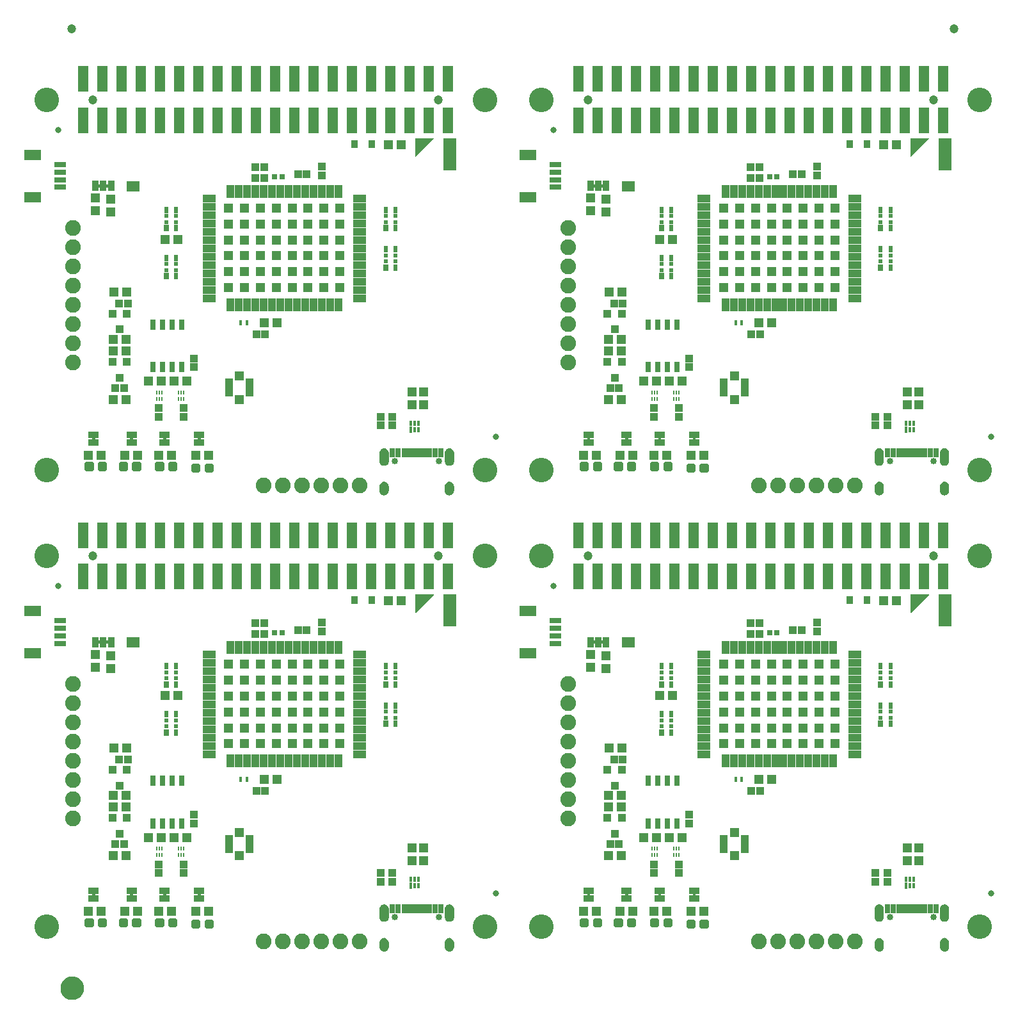
<source format=gts>
G04 EAGLE Gerber RS-274X export*
G75*
%MOMM*%
%FSLAX34Y34*%
%LPD*%
%INSoldermask Top*%
%IPPOS*%
%AMOC8*
5,1,8,0,0,1.08239X$1,22.5*%
G01*
%ADD10R,1.203200X1.303200*%
%ADD11R,0.863600X1.473200*%
%ADD12R,1.053200X2.403200*%
%ADD13R,1.203200X1.253200*%
%ADD14R,0.833200X1.033200*%
%ADD15R,1.303200X1.203200*%
%ADD16R,0.838200X1.473200*%
%ADD17C,0.505344*%
%ADD18R,1.473200X0.863600*%
%ADD19R,1.700000X4.200000*%
%ADD20R,1.053200X1.103200*%
%ADD21R,0.453200X0.813200*%
%ADD22R,0.453200X0.763200*%
%ADD23R,1.103200X1.053200*%
%ADD24R,0.503200X1.203200*%
%ADD25R,0.803200X1.203200*%
%ADD26C,0.853200*%
%ADD27R,1.473200X3.378200*%
%ADD28C,1.203200*%
%ADD29C,3.251200*%
%ADD30C,0.838200*%
%ADD31R,2.203200X1.403200*%
%ADD32R,1.553200X0.803200*%
%ADD33C,2.082800*%
%ADD34R,0.419100X0.711200*%
%ADD35R,1.003200X1.103200*%
%ADD36R,0.803200X1.403200*%
%ADD37R,0.620000X0.840000*%
%ADD38R,0.620000X0.560000*%
%ADD39R,0.640000X0.840000*%
%ADD40R,0.240000X0.520000*%
%ADD41R,1.003200X1.703200*%
%ADD42R,1.703200X1.003200*%
%ADD43R,1.303200X1.303200*%
%ADD44R,0.803200X0.803200*%
%ADD45C,1.270000*%
%ADD46C,1.703200*%

G36*
X1178628Y1052515D02*
X1178628Y1052515D01*
X1178655Y1052511D01*
X1178695Y1052528D01*
X1178738Y1052537D01*
X1178773Y1052563D01*
X1178783Y1052567D01*
X1178786Y1052573D01*
X1178798Y1052581D01*
X1202798Y1076581D01*
X1202819Y1076620D01*
X1202848Y1076653D01*
X1202852Y1076680D01*
X1202865Y1076704D01*
X1202862Y1076748D01*
X1202868Y1076791D01*
X1202857Y1076816D01*
X1202855Y1076843D01*
X1202829Y1076879D01*
X1202812Y1076919D01*
X1202789Y1076934D01*
X1202772Y1076956D01*
X1202732Y1076972D01*
X1202695Y1076996D01*
X1202652Y1077002D01*
X1202642Y1077006D01*
X1202636Y1077005D01*
X1202621Y1077007D01*
X1178621Y1077007D01*
X1178605Y1077002D01*
X1178588Y1077005D01*
X1178539Y1076983D01*
X1178487Y1076968D01*
X1178476Y1076955D01*
X1178460Y1076948D01*
X1178431Y1076903D01*
X1178395Y1076862D01*
X1178393Y1076845D01*
X1178383Y1076831D01*
X1178372Y1076758D01*
X1178372Y1052758D01*
X1178384Y1052715D01*
X1178387Y1052672D01*
X1178404Y1052650D01*
X1178411Y1052623D01*
X1178444Y1052595D01*
X1178470Y1052559D01*
X1178496Y1052550D01*
X1178517Y1052531D01*
X1178560Y1052525D01*
X1178601Y1052509D01*
X1178628Y1052515D01*
G37*
G36*
X523536Y1052515D02*
X523536Y1052515D01*
X523563Y1052511D01*
X523604Y1052528D01*
X523646Y1052537D01*
X523682Y1052563D01*
X523691Y1052567D01*
X523695Y1052573D01*
X523706Y1052581D01*
X547706Y1076581D01*
X547727Y1076620D01*
X547756Y1076653D01*
X547760Y1076680D01*
X547773Y1076704D01*
X547770Y1076748D01*
X547777Y1076791D01*
X547766Y1076816D01*
X547764Y1076843D01*
X547738Y1076879D01*
X547720Y1076919D01*
X547697Y1076934D01*
X547681Y1076956D01*
X547640Y1076972D01*
X547604Y1076996D01*
X547560Y1077002D01*
X547551Y1077006D01*
X547544Y1077005D01*
X547530Y1077007D01*
X523530Y1077007D01*
X523514Y1077002D01*
X523497Y1077005D01*
X523447Y1076983D01*
X523396Y1076968D01*
X523385Y1076955D01*
X523369Y1076948D01*
X523339Y1076903D01*
X523304Y1076862D01*
X523301Y1076845D01*
X523292Y1076831D01*
X523281Y1076758D01*
X523281Y1052758D01*
X523293Y1052715D01*
X523296Y1052672D01*
X523312Y1052650D01*
X523320Y1052623D01*
X523353Y1052595D01*
X523379Y1052559D01*
X523405Y1052550D01*
X523425Y1052531D01*
X523469Y1052525D01*
X523509Y1052509D01*
X523536Y1052515D01*
G37*
G36*
X523536Y449417D02*
X523536Y449417D01*
X523563Y449413D01*
X523604Y449431D01*
X523646Y449440D01*
X523682Y449466D01*
X523691Y449470D01*
X523695Y449475D01*
X523706Y449484D01*
X547706Y473484D01*
X547727Y473522D01*
X547756Y473555D01*
X547760Y473582D01*
X547773Y473606D01*
X547770Y473650D01*
X547777Y473693D01*
X547766Y473719D01*
X547764Y473746D01*
X547738Y473781D01*
X547720Y473821D01*
X547697Y473836D01*
X547681Y473858D01*
X547640Y473874D01*
X547604Y473898D01*
X547560Y473905D01*
X547551Y473908D01*
X547544Y473907D01*
X547530Y473909D01*
X523530Y473909D01*
X523514Y473904D01*
X523497Y473907D01*
X523447Y473885D01*
X523396Y473870D01*
X523385Y473857D01*
X523369Y473850D01*
X523339Y473805D01*
X523304Y473765D01*
X523301Y473748D01*
X523292Y473734D01*
X523281Y473660D01*
X523281Y449660D01*
X523293Y449618D01*
X523296Y449574D01*
X523312Y449552D01*
X523320Y449526D01*
X523353Y449497D01*
X523379Y449462D01*
X523405Y449452D01*
X523425Y449434D01*
X523469Y449427D01*
X523509Y449412D01*
X523536Y449417D01*
G37*
G36*
X1178628Y449417D02*
X1178628Y449417D01*
X1178655Y449413D01*
X1178695Y449431D01*
X1178738Y449440D01*
X1178773Y449466D01*
X1178783Y449470D01*
X1178786Y449475D01*
X1178798Y449484D01*
X1202798Y473484D01*
X1202819Y473522D01*
X1202848Y473555D01*
X1202852Y473582D01*
X1202865Y473606D01*
X1202862Y473650D01*
X1202868Y473693D01*
X1202857Y473719D01*
X1202855Y473746D01*
X1202829Y473781D01*
X1202812Y473821D01*
X1202789Y473836D01*
X1202772Y473858D01*
X1202732Y473874D01*
X1202695Y473898D01*
X1202652Y473905D01*
X1202642Y473908D01*
X1202636Y473907D01*
X1202621Y473909D01*
X1178621Y473909D01*
X1178605Y473904D01*
X1178588Y473907D01*
X1178539Y473885D01*
X1178487Y473870D01*
X1178476Y473857D01*
X1178460Y473850D01*
X1178431Y473805D01*
X1178395Y473765D01*
X1178393Y473748D01*
X1178383Y473734D01*
X1178372Y473660D01*
X1178372Y449660D01*
X1178384Y449618D01*
X1178387Y449574D01*
X1178404Y449552D01*
X1178411Y449526D01*
X1178444Y449497D01*
X1178470Y449462D01*
X1178496Y449452D01*
X1178517Y449434D01*
X1178560Y449427D01*
X1178601Y449412D01*
X1178628Y449417D01*
G37*
G36*
X569484Y41173D02*
X569484Y41173D01*
X569490Y41179D01*
X569495Y41175D01*
X570725Y41540D01*
X570730Y41547D01*
X570735Y41545D01*
X571854Y42175D01*
X571857Y42182D01*
X571863Y42181D01*
X572813Y43044D01*
X572814Y43052D01*
X572820Y43052D01*
X573554Y44105D01*
X573554Y44113D01*
X573559Y44115D01*
X574041Y45305D01*
X574039Y45310D01*
X574043Y45313D01*
X574042Y45314D01*
X574044Y45315D01*
X574249Y46582D01*
X574246Y46587D01*
X574249Y46590D01*
X574249Y58590D01*
X574246Y58594D01*
X574249Y58597D01*
X574094Y59719D01*
X574089Y59724D01*
X574092Y59728D01*
X573721Y60799D01*
X573715Y60803D01*
X573717Y60808D01*
X573144Y61785D01*
X573138Y61788D01*
X573139Y61793D01*
X572386Y62640D01*
X572379Y62642D01*
X572379Y62647D01*
X571476Y63331D01*
X571469Y63331D01*
X571468Y63336D01*
X570449Y63831D01*
X570442Y63829D01*
X570440Y63834D01*
X569343Y64121D01*
X569337Y64118D01*
X569334Y64122D01*
X568203Y64189D01*
X568197Y64189D01*
X567066Y64122D01*
X567061Y64117D01*
X567057Y64121D01*
X565960Y63834D01*
X565956Y63828D01*
X565951Y63831D01*
X564932Y63336D01*
X564929Y63330D01*
X564924Y63331D01*
X564021Y62647D01*
X564019Y62640D01*
X564014Y62640D01*
X563261Y61793D01*
X563261Y61786D01*
X563256Y61785D01*
X562683Y60808D01*
X562684Y60805D01*
X562683Y60804D01*
X562684Y60803D01*
X562684Y60801D01*
X562679Y60799D01*
X562308Y59728D01*
X562310Y59723D01*
X562307Y59721D01*
X562307Y59720D01*
X562306Y59719D01*
X562151Y58597D01*
X562154Y58592D01*
X562151Y58590D01*
X562151Y46590D01*
X562154Y46585D01*
X562151Y46582D01*
X562356Y45315D01*
X562362Y45309D01*
X562359Y45305D01*
X562841Y44115D01*
X562848Y44111D01*
X562846Y44105D01*
X563580Y43052D01*
X563588Y43050D01*
X563587Y43044D01*
X564537Y42181D01*
X564546Y42180D01*
X564546Y42175D01*
X565665Y41545D01*
X565673Y41546D01*
X565675Y41540D01*
X566905Y41175D01*
X566913Y41178D01*
X566916Y41173D01*
X568197Y41091D01*
X568201Y41094D01*
X568203Y41091D01*
X569484Y41173D01*
G37*
G36*
X569484Y644271D02*
X569484Y644271D01*
X569490Y644276D01*
X569495Y644273D01*
X570725Y644638D01*
X570730Y644645D01*
X570735Y644642D01*
X571854Y645272D01*
X571857Y645280D01*
X571863Y645279D01*
X572813Y646142D01*
X572814Y646150D01*
X572820Y646150D01*
X573554Y647203D01*
X573554Y647211D01*
X573559Y647212D01*
X574041Y648402D01*
X574039Y648408D01*
X574043Y648411D01*
X574042Y648412D01*
X574044Y648413D01*
X574249Y649680D01*
X574246Y649685D01*
X574249Y649688D01*
X574249Y661688D01*
X574246Y661692D01*
X574249Y661694D01*
X574094Y662817D01*
X574089Y662822D01*
X574092Y662826D01*
X573721Y663897D01*
X573715Y663901D01*
X573717Y663905D01*
X573144Y664883D01*
X573138Y664886D01*
X573139Y664891D01*
X572386Y665738D01*
X572379Y665739D01*
X572379Y665745D01*
X571476Y666429D01*
X571469Y666429D01*
X571468Y666434D01*
X570449Y666928D01*
X570442Y666927D01*
X570440Y666932D01*
X569343Y667218D01*
X569337Y667215D01*
X569334Y667220D01*
X568203Y667287D01*
X568197Y667287D01*
X567066Y667220D01*
X567061Y667215D01*
X567057Y667218D01*
X565960Y666932D01*
X565956Y666926D01*
X565951Y666928D01*
X564932Y666434D01*
X564929Y666427D01*
X564924Y666429D01*
X564021Y665745D01*
X564019Y665738D01*
X564014Y665738D01*
X563261Y664891D01*
X563261Y664884D01*
X563256Y664883D01*
X562683Y663905D01*
X562684Y663902D01*
X562683Y663902D01*
X562684Y663900D01*
X562684Y663898D01*
X562679Y663897D01*
X562308Y662826D01*
X562310Y662821D01*
X562307Y662818D01*
X562307Y662817D01*
X562306Y662817D01*
X562151Y661694D01*
X562154Y661690D01*
X562151Y661688D01*
X562151Y649688D01*
X562154Y649683D01*
X562151Y649680D01*
X562356Y648413D01*
X562362Y648407D01*
X562359Y648402D01*
X562841Y647212D01*
X562848Y647208D01*
X562846Y647203D01*
X563580Y646150D01*
X563588Y646147D01*
X563587Y646142D01*
X564537Y645279D01*
X564546Y645278D01*
X564546Y645272D01*
X565665Y644642D01*
X565673Y644643D01*
X565675Y644638D01*
X566905Y644273D01*
X566913Y644276D01*
X566916Y644271D01*
X568197Y644188D01*
X568201Y644191D01*
X568203Y644188D01*
X569484Y644271D01*
G37*
G36*
X483084Y644271D02*
X483084Y644271D01*
X483090Y644276D01*
X483095Y644273D01*
X484325Y644638D01*
X484330Y644645D01*
X484335Y644642D01*
X485454Y645272D01*
X485457Y645280D01*
X485463Y645279D01*
X486413Y646142D01*
X486414Y646150D01*
X486420Y646150D01*
X487154Y647203D01*
X487154Y647211D01*
X487159Y647212D01*
X487641Y648402D01*
X487639Y648408D01*
X487643Y648411D01*
X487642Y648412D01*
X487644Y648413D01*
X487849Y649680D01*
X487846Y649685D01*
X487849Y649688D01*
X487849Y661688D01*
X487846Y661692D01*
X487849Y661694D01*
X487694Y662817D01*
X487689Y662822D01*
X487692Y662826D01*
X487321Y663897D01*
X487315Y663901D01*
X487317Y663905D01*
X486744Y664883D01*
X486738Y664886D01*
X486739Y664891D01*
X485986Y665738D01*
X485979Y665739D01*
X485979Y665745D01*
X485076Y666429D01*
X485069Y666429D01*
X485068Y666434D01*
X484049Y666928D01*
X484042Y666927D01*
X484040Y666932D01*
X482943Y667218D01*
X482937Y667215D01*
X482934Y667220D01*
X481803Y667287D01*
X481797Y667287D01*
X480666Y667220D01*
X480661Y667215D01*
X480657Y667218D01*
X479560Y666932D01*
X479556Y666926D01*
X479551Y666928D01*
X478532Y666434D01*
X478529Y666427D01*
X478524Y666429D01*
X477621Y665745D01*
X477619Y665738D01*
X477614Y665738D01*
X476861Y664891D01*
X476861Y664884D01*
X476856Y664883D01*
X476283Y663905D01*
X476284Y663902D01*
X476283Y663902D01*
X476284Y663900D01*
X476284Y663898D01*
X476279Y663897D01*
X475908Y662826D01*
X475910Y662821D01*
X475907Y662818D01*
X475907Y662817D01*
X475906Y662817D01*
X475751Y661694D01*
X475754Y661690D01*
X475751Y661688D01*
X475751Y649688D01*
X475754Y649683D01*
X475751Y649680D01*
X475956Y648413D01*
X475962Y648407D01*
X475959Y648402D01*
X476441Y647212D01*
X476448Y647208D01*
X476446Y647203D01*
X477180Y646150D01*
X477188Y646147D01*
X477187Y646142D01*
X478137Y645279D01*
X478146Y645278D01*
X478146Y645272D01*
X479265Y644642D01*
X479273Y644643D01*
X479275Y644638D01*
X480505Y644273D01*
X480513Y644276D01*
X480516Y644271D01*
X481797Y644188D01*
X481801Y644191D01*
X481803Y644188D01*
X483084Y644271D01*
G37*
G36*
X1224575Y644271D02*
X1224575Y644271D01*
X1224582Y644276D01*
X1224586Y644273D01*
X1225817Y644638D01*
X1225822Y644645D01*
X1225827Y644642D01*
X1226945Y645272D01*
X1226948Y645280D01*
X1226954Y645279D01*
X1227904Y646142D01*
X1227906Y646150D01*
X1227911Y646150D01*
X1228646Y647203D01*
X1228645Y647211D01*
X1228651Y647212D01*
X1229132Y648402D01*
X1229131Y648408D01*
X1229135Y648411D01*
X1229134Y648412D01*
X1229135Y648413D01*
X1229340Y649680D01*
X1229337Y649685D01*
X1229341Y649688D01*
X1229341Y661688D01*
X1229338Y661692D01*
X1229340Y661694D01*
X1229185Y662817D01*
X1229180Y662822D01*
X1229183Y662826D01*
X1228812Y663897D01*
X1228806Y663901D01*
X1228808Y663905D01*
X1228236Y664883D01*
X1228229Y664886D01*
X1228230Y664891D01*
X1227478Y665738D01*
X1227471Y665739D01*
X1227471Y665745D01*
X1226568Y666429D01*
X1226560Y666429D01*
X1226559Y666434D01*
X1225540Y666928D01*
X1225533Y666927D01*
X1225531Y666932D01*
X1224435Y667218D01*
X1224428Y667215D01*
X1224425Y667220D01*
X1223294Y667287D01*
X1223289Y667287D01*
X1222158Y667220D01*
X1222152Y667215D01*
X1222148Y667218D01*
X1221052Y666932D01*
X1221047Y666926D01*
X1221043Y666928D01*
X1220024Y666434D01*
X1220020Y666427D01*
X1220015Y666429D01*
X1219112Y665745D01*
X1219110Y665738D01*
X1219105Y665738D01*
X1218353Y664891D01*
X1218352Y664884D01*
X1218347Y664883D01*
X1217775Y663905D01*
X1217775Y663902D01*
X1217774Y663902D01*
X1217775Y663900D01*
X1217775Y663898D01*
X1217771Y663897D01*
X1217400Y662826D01*
X1217402Y662821D01*
X1217398Y662818D01*
X1217399Y662817D01*
X1217398Y662817D01*
X1217243Y661694D01*
X1217245Y661690D01*
X1217242Y661688D01*
X1217242Y649688D01*
X1217246Y649683D01*
X1217243Y649680D01*
X1217448Y648413D01*
X1217453Y648407D01*
X1217450Y648402D01*
X1217932Y647212D01*
X1217939Y647208D01*
X1217937Y647203D01*
X1218671Y646150D01*
X1218679Y646147D01*
X1218679Y646142D01*
X1219629Y645279D01*
X1219637Y645278D01*
X1219638Y645272D01*
X1220756Y644642D01*
X1220764Y644643D01*
X1220766Y644638D01*
X1221997Y644273D01*
X1222004Y644276D01*
X1222007Y644271D01*
X1223288Y644188D01*
X1223292Y644191D01*
X1223295Y644188D01*
X1224575Y644271D01*
G37*
G36*
X1138175Y644271D02*
X1138175Y644271D01*
X1138182Y644276D01*
X1138186Y644273D01*
X1139417Y644638D01*
X1139422Y644645D01*
X1139427Y644642D01*
X1140545Y645272D01*
X1140548Y645280D01*
X1140554Y645279D01*
X1141504Y646142D01*
X1141506Y646150D01*
X1141511Y646150D01*
X1142246Y647203D01*
X1142245Y647211D01*
X1142251Y647212D01*
X1142732Y648402D01*
X1142731Y648408D01*
X1142735Y648411D01*
X1142734Y648412D01*
X1142735Y648413D01*
X1142940Y649680D01*
X1142937Y649685D01*
X1142941Y649688D01*
X1142941Y661688D01*
X1142938Y661692D01*
X1142940Y661694D01*
X1142785Y662817D01*
X1142780Y662822D01*
X1142783Y662826D01*
X1142412Y663897D01*
X1142406Y663901D01*
X1142408Y663905D01*
X1141836Y664883D01*
X1141829Y664886D01*
X1141830Y664891D01*
X1141078Y665738D01*
X1141071Y665739D01*
X1141071Y665745D01*
X1140168Y666429D01*
X1140160Y666429D01*
X1140159Y666434D01*
X1139140Y666928D01*
X1139133Y666927D01*
X1139131Y666932D01*
X1138035Y667218D01*
X1138028Y667215D01*
X1138025Y667220D01*
X1136894Y667287D01*
X1136889Y667287D01*
X1135758Y667220D01*
X1135752Y667215D01*
X1135748Y667218D01*
X1134652Y666932D01*
X1134647Y666926D01*
X1134643Y666928D01*
X1133624Y666434D01*
X1133620Y666427D01*
X1133615Y666429D01*
X1132712Y665745D01*
X1132710Y665738D01*
X1132705Y665738D01*
X1131953Y664891D01*
X1131952Y664884D01*
X1131947Y664883D01*
X1131375Y663905D01*
X1131375Y663902D01*
X1131374Y663902D01*
X1131375Y663900D01*
X1131375Y663898D01*
X1131371Y663897D01*
X1131000Y662826D01*
X1131002Y662821D01*
X1130998Y662818D01*
X1130999Y662817D01*
X1130998Y662817D01*
X1130843Y661694D01*
X1130845Y661690D01*
X1130842Y661688D01*
X1130842Y649688D01*
X1130846Y649683D01*
X1130843Y649680D01*
X1131048Y648413D01*
X1131053Y648407D01*
X1131050Y648402D01*
X1131532Y647212D01*
X1131539Y647208D01*
X1131537Y647203D01*
X1132271Y646150D01*
X1132279Y646147D01*
X1132279Y646142D01*
X1133229Y645279D01*
X1133237Y645278D01*
X1133238Y645272D01*
X1134356Y644642D01*
X1134364Y644643D01*
X1134366Y644638D01*
X1135597Y644273D01*
X1135604Y644276D01*
X1135607Y644271D01*
X1136888Y644188D01*
X1136892Y644191D01*
X1136895Y644188D01*
X1138175Y644271D01*
G37*
G36*
X1224575Y41173D02*
X1224575Y41173D01*
X1224582Y41179D01*
X1224586Y41175D01*
X1225817Y41540D01*
X1225822Y41547D01*
X1225827Y41545D01*
X1226945Y42175D01*
X1226948Y42182D01*
X1226954Y42181D01*
X1227904Y43044D01*
X1227906Y43052D01*
X1227911Y43052D01*
X1228646Y44105D01*
X1228645Y44113D01*
X1228651Y44115D01*
X1229132Y45305D01*
X1229131Y45310D01*
X1229135Y45313D01*
X1229134Y45314D01*
X1229135Y45315D01*
X1229340Y46582D01*
X1229337Y46587D01*
X1229341Y46590D01*
X1229341Y58590D01*
X1229338Y58594D01*
X1229340Y58597D01*
X1229185Y59719D01*
X1229180Y59724D01*
X1229183Y59728D01*
X1228812Y60799D01*
X1228806Y60803D01*
X1228808Y60808D01*
X1228236Y61785D01*
X1228229Y61788D01*
X1228230Y61793D01*
X1227478Y62640D01*
X1227471Y62642D01*
X1227471Y62647D01*
X1226568Y63331D01*
X1226560Y63331D01*
X1226559Y63336D01*
X1225540Y63831D01*
X1225533Y63829D01*
X1225531Y63834D01*
X1224435Y64121D01*
X1224428Y64118D01*
X1224425Y64122D01*
X1223294Y64189D01*
X1223289Y64189D01*
X1222158Y64122D01*
X1222152Y64117D01*
X1222148Y64121D01*
X1221052Y63834D01*
X1221047Y63828D01*
X1221043Y63831D01*
X1220024Y63336D01*
X1220020Y63330D01*
X1220015Y63331D01*
X1219112Y62647D01*
X1219110Y62640D01*
X1219105Y62640D01*
X1218353Y61793D01*
X1218352Y61786D01*
X1218347Y61785D01*
X1217775Y60808D01*
X1217775Y60805D01*
X1217774Y60804D01*
X1217775Y60803D01*
X1217775Y60801D01*
X1217771Y60799D01*
X1217400Y59728D01*
X1217402Y59723D01*
X1217398Y59721D01*
X1217399Y59720D01*
X1217398Y59719D01*
X1217243Y58597D01*
X1217245Y58592D01*
X1217242Y58590D01*
X1217242Y46590D01*
X1217246Y46585D01*
X1217243Y46582D01*
X1217448Y45315D01*
X1217453Y45309D01*
X1217450Y45305D01*
X1217932Y44115D01*
X1217939Y44111D01*
X1217937Y44105D01*
X1218671Y43052D01*
X1218679Y43050D01*
X1218679Y43044D01*
X1219629Y42181D01*
X1219637Y42180D01*
X1219638Y42175D01*
X1220756Y41545D01*
X1220764Y41546D01*
X1220766Y41540D01*
X1221997Y41175D01*
X1222004Y41178D01*
X1222007Y41173D01*
X1223288Y41091D01*
X1223292Y41094D01*
X1223295Y41091D01*
X1224575Y41173D01*
G37*
G36*
X483084Y41173D02*
X483084Y41173D01*
X483090Y41179D01*
X483095Y41175D01*
X484325Y41540D01*
X484330Y41547D01*
X484335Y41545D01*
X485454Y42175D01*
X485457Y42182D01*
X485463Y42181D01*
X486413Y43044D01*
X486414Y43052D01*
X486420Y43052D01*
X487154Y44105D01*
X487154Y44113D01*
X487159Y44115D01*
X487641Y45305D01*
X487639Y45310D01*
X487643Y45313D01*
X487642Y45314D01*
X487644Y45315D01*
X487849Y46582D01*
X487846Y46587D01*
X487849Y46590D01*
X487849Y58590D01*
X487846Y58594D01*
X487849Y58597D01*
X487694Y59719D01*
X487689Y59724D01*
X487692Y59728D01*
X487321Y60799D01*
X487315Y60803D01*
X487317Y60808D01*
X486744Y61785D01*
X486738Y61788D01*
X486739Y61793D01*
X485986Y62640D01*
X485979Y62642D01*
X485979Y62647D01*
X485076Y63331D01*
X485069Y63331D01*
X485068Y63336D01*
X484049Y63831D01*
X484042Y63829D01*
X484040Y63834D01*
X482943Y64121D01*
X482937Y64118D01*
X482934Y64122D01*
X481803Y64189D01*
X481797Y64189D01*
X480666Y64122D01*
X480661Y64117D01*
X480657Y64121D01*
X479560Y63834D01*
X479556Y63828D01*
X479551Y63831D01*
X478532Y63336D01*
X478529Y63330D01*
X478524Y63331D01*
X477621Y62647D01*
X477619Y62640D01*
X477614Y62640D01*
X476861Y61793D01*
X476861Y61786D01*
X476856Y61785D01*
X476283Y60808D01*
X476284Y60805D01*
X476283Y60804D01*
X476284Y60803D01*
X476284Y60801D01*
X476279Y60799D01*
X475908Y59728D01*
X475910Y59723D01*
X475907Y59721D01*
X475907Y59720D01*
X475906Y59719D01*
X475751Y58597D01*
X475754Y58592D01*
X475751Y58590D01*
X475751Y46590D01*
X475754Y46585D01*
X475751Y46582D01*
X475956Y45315D01*
X475962Y45309D01*
X475959Y45305D01*
X476441Y44115D01*
X476448Y44111D01*
X476446Y44105D01*
X477180Y43052D01*
X477188Y43050D01*
X477187Y43044D01*
X478137Y42181D01*
X478146Y42180D01*
X478146Y42175D01*
X479265Y41545D01*
X479273Y41546D01*
X479275Y41540D01*
X480505Y41175D01*
X480513Y41178D01*
X480516Y41173D01*
X481797Y41091D01*
X481801Y41094D01*
X481803Y41091D01*
X483084Y41173D01*
G37*
G36*
X1138175Y41173D02*
X1138175Y41173D01*
X1138182Y41179D01*
X1138186Y41175D01*
X1139417Y41540D01*
X1139422Y41547D01*
X1139427Y41545D01*
X1140545Y42175D01*
X1140548Y42182D01*
X1140554Y42181D01*
X1141504Y43044D01*
X1141506Y43052D01*
X1141511Y43052D01*
X1142246Y44105D01*
X1142245Y44113D01*
X1142251Y44115D01*
X1142732Y45305D01*
X1142731Y45310D01*
X1142735Y45313D01*
X1142734Y45314D01*
X1142735Y45315D01*
X1142940Y46582D01*
X1142937Y46587D01*
X1142941Y46590D01*
X1142941Y58590D01*
X1142938Y58594D01*
X1142940Y58597D01*
X1142785Y59719D01*
X1142780Y59724D01*
X1142783Y59728D01*
X1142412Y60799D01*
X1142406Y60803D01*
X1142408Y60808D01*
X1141836Y61785D01*
X1141829Y61788D01*
X1141830Y61793D01*
X1141078Y62640D01*
X1141071Y62642D01*
X1141071Y62647D01*
X1140168Y63331D01*
X1140160Y63331D01*
X1140159Y63336D01*
X1139140Y63831D01*
X1139133Y63829D01*
X1139131Y63834D01*
X1138035Y64121D01*
X1138028Y64118D01*
X1138025Y64122D01*
X1136894Y64189D01*
X1136889Y64189D01*
X1135758Y64122D01*
X1135752Y64117D01*
X1135748Y64121D01*
X1134652Y63834D01*
X1134647Y63828D01*
X1134643Y63831D01*
X1133624Y63336D01*
X1133620Y63330D01*
X1133615Y63331D01*
X1132712Y62647D01*
X1132710Y62640D01*
X1132705Y62640D01*
X1131953Y61793D01*
X1131952Y61786D01*
X1131947Y61785D01*
X1131375Y60808D01*
X1131375Y60805D01*
X1131374Y60804D01*
X1131375Y60803D01*
X1131375Y60801D01*
X1131371Y60799D01*
X1131000Y59728D01*
X1131002Y59723D01*
X1130998Y59721D01*
X1130999Y59720D01*
X1130998Y59719D01*
X1130843Y58597D01*
X1130845Y58592D01*
X1130842Y58590D01*
X1130842Y46590D01*
X1130846Y46585D01*
X1130843Y46582D01*
X1131048Y45315D01*
X1131053Y45309D01*
X1131050Y45305D01*
X1131532Y44115D01*
X1131539Y44111D01*
X1131537Y44105D01*
X1132271Y43052D01*
X1132279Y43050D01*
X1132279Y43044D01*
X1133229Y42181D01*
X1133237Y42180D01*
X1133238Y42175D01*
X1134356Y41545D01*
X1134364Y41546D01*
X1134366Y41540D01*
X1135597Y41175D01*
X1135604Y41178D01*
X1135607Y41173D01*
X1136888Y41091D01*
X1136892Y41094D01*
X1136895Y41091D01*
X1138175Y41173D01*
G37*
G36*
X569371Y604999D02*
X569371Y604999D01*
X569376Y605003D01*
X569380Y605000D01*
X570503Y605336D01*
X570507Y605342D01*
X570511Y605339D01*
X571547Y605887D01*
X571550Y605894D01*
X571555Y605893D01*
X572463Y606632D01*
X572465Y606639D01*
X572470Y606639D01*
X573217Y607541D01*
X573217Y607548D01*
X573223Y607549D01*
X573779Y608580D01*
X573778Y608587D01*
X573783Y608588D01*
X574127Y609708D01*
X574125Y609715D01*
X574129Y609717D01*
X574249Y610883D01*
X574247Y610886D01*
X574249Y610888D01*
X574249Y616888D01*
X574247Y616890D01*
X574249Y616892D01*
X574138Y618068D01*
X574133Y618073D01*
X574136Y618078D01*
X573798Y619209D01*
X573792Y619214D01*
X573794Y619218D01*
X573242Y620262D01*
X573235Y620265D01*
X573237Y620270D01*
X572491Y621186D01*
X572484Y621188D01*
X572484Y621193D01*
X571575Y621946D01*
X571567Y621947D01*
X571567Y621952D01*
X570527Y622513D01*
X570520Y622512D01*
X570518Y622516D01*
X569389Y622864D01*
X569383Y622862D01*
X569380Y622866D01*
X568205Y622987D01*
X568198Y622982D01*
X568194Y622987D01*
X566854Y622830D01*
X566848Y622824D01*
X566843Y622827D01*
X565572Y622377D01*
X565567Y622370D01*
X565562Y622372D01*
X564423Y621649D01*
X564420Y621641D01*
X564414Y621642D01*
X563464Y620684D01*
X563463Y620676D01*
X563457Y620676D01*
X562744Y619530D01*
X562745Y619522D01*
X562739Y619520D01*
X562299Y618245D01*
X562301Y618237D01*
X562297Y618234D01*
X562151Y616893D01*
X562153Y616889D01*
X562151Y616888D01*
X562151Y610888D01*
X562153Y610884D01*
X562151Y610882D01*
X562306Y609553D01*
X562312Y609547D01*
X562309Y609542D01*
X562756Y608281D01*
X562763Y608277D01*
X562761Y608271D01*
X563478Y607141D01*
X563485Y607138D01*
X563484Y607133D01*
X564435Y606191D01*
X564443Y606190D01*
X564443Y606184D01*
X565579Y605477D01*
X565587Y605477D01*
X565589Y605472D01*
X566854Y605035D01*
X566859Y605037D01*
X566860Y605036D01*
X566863Y605036D01*
X566865Y605033D01*
X568195Y604889D01*
X568201Y604892D01*
X568205Y604889D01*
X569371Y604999D01*
G37*
G36*
X1138062Y604999D02*
X1138062Y604999D01*
X1138068Y605003D01*
X1138072Y605000D01*
X1139194Y605336D01*
X1139198Y605342D01*
X1139203Y605339D01*
X1140238Y605887D01*
X1140241Y605894D01*
X1140246Y605893D01*
X1141155Y606632D01*
X1141157Y606639D01*
X1141162Y606639D01*
X1141909Y607541D01*
X1141909Y607548D01*
X1141914Y607549D01*
X1142470Y608580D01*
X1142469Y608587D01*
X1142474Y608588D01*
X1142819Y609708D01*
X1142816Y609715D01*
X1142821Y609717D01*
X1142940Y610883D01*
X1142938Y610886D01*
X1142941Y610888D01*
X1142941Y616888D01*
X1142939Y616890D01*
X1142940Y616892D01*
X1142830Y618068D01*
X1142825Y618073D01*
X1142828Y618078D01*
X1142490Y619209D01*
X1142484Y619214D01*
X1142486Y619218D01*
X1141933Y620262D01*
X1141927Y620265D01*
X1141928Y620270D01*
X1141183Y621186D01*
X1141176Y621188D01*
X1141176Y621193D01*
X1140266Y621946D01*
X1140259Y621947D01*
X1140258Y621952D01*
X1139219Y622513D01*
X1139211Y622512D01*
X1139210Y622516D01*
X1138081Y622864D01*
X1138074Y622862D01*
X1138071Y622866D01*
X1136896Y622987D01*
X1136890Y622982D01*
X1136886Y622987D01*
X1135546Y622830D01*
X1135540Y622824D01*
X1135535Y622827D01*
X1134263Y622377D01*
X1134259Y622370D01*
X1134253Y622372D01*
X1133114Y621649D01*
X1133111Y621641D01*
X1133105Y621642D01*
X1132155Y620684D01*
X1132154Y620676D01*
X1132148Y620676D01*
X1131435Y619530D01*
X1131436Y619522D01*
X1131431Y619520D01*
X1130990Y618245D01*
X1130993Y618237D01*
X1130988Y618234D01*
X1130842Y616893D01*
X1130845Y616889D01*
X1130842Y616888D01*
X1130842Y610888D01*
X1130845Y610884D01*
X1130843Y610882D01*
X1130998Y609553D01*
X1131004Y609547D01*
X1131000Y609542D01*
X1131448Y608281D01*
X1131454Y608277D01*
X1131452Y608271D01*
X1132169Y607141D01*
X1132177Y607138D01*
X1132176Y607133D01*
X1133126Y606191D01*
X1133134Y606190D01*
X1133135Y606184D01*
X1134270Y605477D01*
X1134279Y605477D01*
X1134280Y605472D01*
X1135545Y605035D01*
X1135550Y605037D01*
X1135551Y605036D01*
X1135554Y605036D01*
X1135556Y605033D01*
X1136886Y604889D01*
X1136892Y604892D01*
X1136896Y604889D01*
X1138062Y604999D01*
G37*
G36*
X482971Y1901D02*
X482971Y1901D01*
X482976Y1906D01*
X482980Y1903D01*
X484103Y2238D01*
X484107Y2244D01*
X484111Y2242D01*
X485147Y2790D01*
X485150Y2796D01*
X485155Y2795D01*
X486063Y3534D01*
X486065Y3541D01*
X486070Y3541D01*
X486817Y4443D01*
X486817Y4451D01*
X486823Y4451D01*
X487379Y5482D01*
X487378Y5489D01*
X487383Y5491D01*
X487727Y6610D01*
X487725Y6617D01*
X487729Y6620D01*
X487849Y7785D01*
X487847Y7788D01*
X487849Y7790D01*
X487849Y13790D01*
X487847Y13793D01*
X487849Y13795D01*
X487738Y14971D01*
X487733Y14976D01*
X487736Y14980D01*
X487398Y16112D01*
X487392Y16116D01*
X487394Y16121D01*
X486842Y17165D01*
X486835Y17168D01*
X486837Y17173D01*
X486091Y18089D01*
X486084Y18090D01*
X486084Y18096D01*
X485175Y18849D01*
X485167Y18849D01*
X485167Y18854D01*
X484127Y19415D01*
X484120Y19414D01*
X484118Y19419D01*
X482989Y19766D01*
X482983Y19764D01*
X482980Y19768D01*
X481805Y19889D01*
X481798Y19885D01*
X481794Y19889D01*
X480454Y19732D01*
X480448Y19727D01*
X480443Y19730D01*
X479172Y19279D01*
X479167Y19272D01*
X479162Y19274D01*
X478023Y18552D01*
X478020Y18544D01*
X478014Y18545D01*
X477064Y17587D01*
X477063Y17579D01*
X477057Y17578D01*
X476344Y16433D01*
X476345Y16425D01*
X476339Y16423D01*
X475899Y15147D01*
X475901Y15140D01*
X475897Y15137D01*
X475751Y13795D01*
X475753Y13792D01*
X475751Y13790D01*
X475751Y7790D01*
X475753Y7787D01*
X475751Y7784D01*
X475906Y6455D01*
X475912Y6449D01*
X475909Y6445D01*
X476356Y5184D01*
X476363Y5179D01*
X476361Y5174D01*
X477078Y4044D01*
X477085Y4041D01*
X477084Y4035D01*
X478035Y3093D01*
X478043Y3092D01*
X478043Y3086D01*
X479179Y2379D01*
X479187Y2380D01*
X479189Y2374D01*
X480454Y1938D01*
X480459Y1939D01*
X480460Y1939D01*
X480463Y1939D01*
X480465Y1935D01*
X481795Y1791D01*
X481801Y1795D01*
X481805Y1791D01*
X482971Y1901D01*
G37*
G36*
X569371Y1901D02*
X569371Y1901D01*
X569376Y1906D01*
X569380Y1903D01*
X570503Y2238D01*
X570507Y2244D01*
X570511Y2242D01*
X571547Y2790D01*
X571550Y2796D01*
X571555Y2795D01*
X572463Y3534D01*
X572465Y3541D01*
X572470Y3541D01*
X573217Y4443D01*
X573217Y4451D01*
X573223Y4451D01*
X573779Y5482D01*
X573778Y5489D01*
X573783Y5491D01*
X574127Y6610D01*
X574125Y6617D01*
X574129Y6620D01*
X574249Y7785D01*
X574247Y7788D01*
X574249Y7790D01*
X574249Y13790D01*
X574247Y13793D01*
X574249Y13795D01*
X574138Y14971D01*
X574133Y14976D01*
X574136Y14980D01*
X573798Y16112D01*
X573792Y16116D01*
X573794Y16121D01*
X573242Y17165D01*
X573235Y17168D01*
X573237Y17173D01*
X572491Y18089D01*
X572484Y18090D01*
X572484Y18096D01*
X571575Y18849D01*
X571567Y18849D01*
X571567Y18854D01*
X570527Y19415D01*
X570520Y19414D01*
X570518Y19419D01*
X569389Y19766D01*
X569383Y19764D01*
X569380Y19768D01*
X568205Y19889D01*
X568198Y19885D01*
X568194Y19889D01*
X566854Y19732D01*
X566848Y19727D01*
X566843Y19730D01*
X565572Y19279D01*
X565567Y19272D01*
X565562Y19274D01*
X564423Y18552D01*
X564420Y18544D01*
X564414Y18545D01*
X563464Y17587D01*
X563463Y17579D01*
X563457Y17578D01*
X562744Y16433D01*
X562745Y16425D01*
X562739Y16423D01*
X562299Y15147D01*
X562301Y15140D01*
X562297Y15137D01*
X562151Y13795D01*
X562153Y13792D01*
X562151Y13790D01*
X562151Y7790D01*
X562153Y7787D01*
X562151Y7784D01*
X562306Y6455D01*
X562312Y6449D01*
X562309Y6445D01*
X562756Y5184D01*
X562763Y5179D01*
X562761Y5174D01*
X563478Y4044D01*
X563485Y4041D01*
X563484Y4035D01*
X564435Y3093D01*
X564443Y3092D01*
X564443Y3086D01*
X565579Y2379D01*
X565587Y2380D01*
X565589Y2374D01*
X566854Y1938D01*
X566859Y1939D01*
X566860Y1939D01*
X566863Y1939D01*
X566865Y1935D01*
X568195Y1791D01*
X568201Y1795D01*
X568205Y1791D01*
X569371Y1901D01*
G37*
G36*
X1224462Y1901D02*
X1224462Y1901D01*
X1224468Y1906D01*
X1224472Y1903D01*
X1225594Y2238D01*
X1225598Y2244D01*
X1225603Y2242D01*
X1226638Y2790D01*
X1226641Y2796D01*
X1226646Y2795D01*
X1227555Y3534D01*
X1227557Y3541D01*
X1227562Y3541D01*
X1228309Y4443D01*
X1228309Y4451D01*
X1228314Y4451D01*
X1228870Y5482D01*
X1228869Y5489D01*
X1228874Y5491D01*
X1229219Y6610D01*
X1229216Y6617D01*
X1229221Y6620D01*
X1229340Y7785D01*
X1229338Y7788D01*
X1229341Y7790D01*
X1229341Y13790D01*
X1229339Y13793D01*
X1229340Y13795D01*
X1229230Y14971D01*
X1229225Y14976D01*
X1229228Y14980D01*
X1228890Y16112D01*
X1228884Y16116D01*
X1228886Y16121D01*
X1228333Y17165D01*
X1228327Y17168D01*
X1228328Y17173D01*
X1227583Y18089D01*
X1227576Y18090D01*
X1227576Y18096D01*
X1226666Y18849D01*
X1226659Y18849D01*
X1226658Y18854D01*
X1225619Y19415D01*
X1225611Y19414D01*
X1225610Y19419D01*
X1224481Y19766D01*
X1224474Y19764D01*
X1224471Y19768D01*
X1223296Y19889D01*
X1223290Y19885D01*
X1223286Y19889D01*
X1221946Y19732D01*
X1221940Y19727D01*
X1221935Y19730D01*
X1220663Y19279D01*
X1220659Y19272D01*
X1220653Y19274D01*
X1219514Y18552D01*
X1219511Y18544D01*
X1219505Y18545D01*
X1218555Y17587D01*
X1218554Y17579D01*
X1218548Y17578D01*
X1217835Y16433D01*
X1217836Y16425D01*
X1217831Y16423D01*
X1217390Y15147D01*
X1217393Y15140D01*
X1217388Y15137D01*
X1217242Y13795D01*
X1217245Y13792D01*
X1217242Y13790D01*
X1217242Y7790D01*
X1217245Y7787D01*
X1217243Y7784D01*
X1217398Y6455D01*
X1217404Y6449D01*
X1217400Y6445D01*
X1217848Y5184D01*
X1217854Y5179D01*
X1217852Y5174D01*
X1218569Y4044D01*
X1218577Y4041D01*
X1218576Y4035D01*
X1219526Y3093D01*
X1219534Y3092D01*
X1219535Y3086D01*
X1220670Y2379D01*
X1220679Y2380D01*
X1220680Y2374D01*
X1221945Y1938D01*
X1221950Y1939D01*
X1221951Y1939D01*
X1221954Y1939D01*
X1221956Y1935D01*
X1223286Y1791D01*
X1223292Y1795D01*
X1223296Y1791D01*
X1224462Y1901D01*
G37*
G36*
X1138062Y1901D02*
X1138062Y1901D01*
X1138068Y1906D01*
X1138072Y1903D01*
X1139194Y2238D01*
X1139198Y2244D01*
X1139203Y2242D01*
X1140238Y2790D01*
X1140241Y2796D01*
X1140246Y2795D01*
X1141155Y3534D01*
X1141157Y3541D01*
X1141162Y3541D01*
X1141909Y4443D01*
X1141909Y4451D01*
X1141914Y4451D01*
X1142470Y5482D01*
X1142469Y5489D01*
X1142474Y5491D01*
X1142819Y6610D01*
X1142816Y6617D01*
X1142821Y6620D01*
X1142940Y7785D01*
X1142938Y7788D01*
X1142941Y7790D01*
X1142941Y13790D01*
X1142939Y13793D01*
X1142940Y13795D01*
X1142830Y14971D01*
X1142825Y14976D01*
X1142828Y14980D01*
X1142490Y16112D01*
X1142484Y16116D01*
X1142486Y16121D01*
X1141933Y17165D01*
X1141927Y17168D01*
X1141928Y17173D01*
X1141183Y18089D01*
X1141176Y18090D01*
X1141176Y18096D01*
X1140266Y18849D01*
X1140259Y18849D01*
X1140258Y18854D01*
X1139219Y19415D01*
X1139211Y19414D01*
X1139210Y19419D01*
X1138081Y19766D01*
X1138074Y19764D01*
X1138071Y19768D01*
X1136896Y19889D01*
X1136890Y19885D01*
X1136886Y19889D01*
X1135546Y19732D01*
X1135540Y19727D01*
X1135535Y19730D01*
X1134263Y19279D01*
X1134259Y19272D01*
X1134253Y19274D01*
X1133114Y18552D01*
X1133111Y18544D01*
X1133105Y18545D01*
X1132155Y17587D01*
X1132154Y17579D01*
X1132148Y17578D01*
X1131435Y16433D01*
X1131436Y16425D01*
X1131431Y16423D01*
X1130990Y15147D01*
X1130993Y15140D01*
X1130988Y15137D01*
X1130842Y13795D01*
X1130845Y13792D01*
X1130842Y13790D01*
X1130842Y7790D01*
X1130845Y7787D01*
X1130843Y7784D01*
X1130998Y6455D01*
X1131004Y6449D01*
X1131000Y6445D01*
X1131448Y5184D01*
X1131454Y5179D01*
X1131452Y5174D01*
X1132169Y4044D01*
X1132177Y4041D01*
X1132176Y4035D01*
X1133126Y3093D01*
X1133134Y3092D01*
X1133135Y3086D01*
X1134270Y2379D01*
X1134279Y2380D01*
X1134280Y2374D01*
X1135545Y1938D01*
X1135550Y1939D01*
X1135551Y1939D01*
X1135554Y1939D01*
X1135556Y1935D01*
X1136886Y1791D01*
X1136892Y1795D01*
X1136896Y1791D01*
X1138062Y1901D01*
G37*
G36*
X482971Y604999D02*
X482971Y604999D01*
X482976Y605003D01*
X482980Y605000D01*
X484103Y605336D01*
X484107Y605342D01*
X484111Y605339D01*
X485147Y605887D01*
X485150Y605894D01*
X485155Y605893D01*
X486063Y606632D01*
X486065Y606639D01*
X486070Y606639D01*
X486817Y607541D01*
X486817Y607548D01*
X486823Y607549D01*
X487379Y608580D01*
X487378Y608587D01*
X487383Y608588D01*
X487727Y609708D01*
X487725Y609715D01*
X487729Y609717D01*
X487849Y610883D01*
X487847Y610886D01*
X487849Y610888D01*
X487849Y616888D01*
X487847Y616890D01*
X487849Y616892D01*
X487738Y618068D01*
X487733Y618073D01*
X487736Y618078D01*
X487398Y619209D01*
X487392Y619214D01*
X487394Y619218D01*
X486842Y620262D01*
X486835Y620265D01*
X486837Y620270D01*
X486091Y621186D01*
X486084Y621188D01*
X486084Y621193D01*
X485175Y621946D01*
X485167Y621947D01*
X485167Y621952D01*
X484127Y622513D01*
X484120Y622512D01*
X484118Y622516D01*
X482989Y622864D01*
X482983Y622862D01*
X482980Y622866D01*
X481805Y622987D01*
X481798Y622982D01*
X481794Y622987D01*
X480454Y622830D01*
X480448Y622824D01*
X480443Y622827D01*
X479172Y622377D01*
X479167Y622370D01*
X479162Y622372D01*
X478023Y621649D01*
X478020Y621641D01*
X478014Y621642D01*
X477064Y620684D01*
X477063Y620676D01*
X477057Y620676D01*
X476344Y619530D01*
X476345Y619522D01*
X476339Y619520D01*
X475899Y618245D01*
X475901Y618237D01*
X475897Y618234D01*
X475751Y616893D01*
X475753Y616889D01*
X475751Y616888D01*
X475751Y610888D01*
X475753Y610884D01*
X475751Y610882D01*
X475906Y609553D01*
X475912Y609547D01*
X475909Y609542D01*
X476356Y608281D01*
X476363Y608277D01*
X476361Y608271D01*
X477078Y607141D01*
X477085Y607138D01*
X477084Y607133D01*
X478035Y606191D01*
X478043Y606190D01*
X478043Y606184D01*
X479179Y605477D01*
X479187Y605477D01*
X479189Y605472D01*
X480454Y605035D01*
X480459Y605037D01*
X480460Y605036D01*
X480463Y605036D01*
X480465Y605033D01*
X481795Y604889D01*
X481801Y604892D01*
X481805Y604889D01*
X482971Y604999D01*
G37*
G36*
X1224462Y604999D02*
X1224462Y604999D01*
X1224468Y605003D01*
X1224472Y605000D01*
X1225594Y605336D01*
X1225598Y605342D01*
X1225603Y605339D01*
X1226638Y605887D01*
X1226641Y605894D01*
X1226646Y605893D01*
X1227555Y606632D01*
X1227557Y606639D01*
X1227562Y606639D01*
X1228309Y607541D01*
X1228309Y607548D01*
X1228314Y607549D01*
X1228870Y608580D01*
X1228869Y608587D01*
X1228874Y608588D01*
X1229219Y609708D01*
X1229216Y609715D01*
X1229221Y609717D01*
X1229340Y610883D01*
X1229338Y610886D01*
X1229341Y610888D01*
X1229341Y616888D01*
X1229339Y616890D01*
X1229340Y616892D01*
X1229230Y618068D01*
X1229225Y618073D01*
X1229228Y618078D01*
X1228890Y619209D01*
X1228884Y619214D01*
X1228886Y619218D01*
X1228333Y620262D01*
X1228327Y620265D01*
X1228328Y620270D01*
X1227583Y621186D01*
X1227576Y621188D01*
X1227576Y621193D01*
X1226666Y621946D01*
X1226659Y621947D01*
X1226658Y621952D01*
X1225619Y622513D01*
X1225611Y622512D01*
X1225610Y622516D01*
X1224481Y622864D01*
X1224474Y622862D01*
X1224471Y622866D01*
X1223296Y622987D01*
X1223290Y622982D01*
X1223286Y622987D01*
X1221946Y622830D01*
X1221940Y622824D01*
X1221935Y622827D01*
X1220663Y622377D01*
X1220659Y622370D01*
X1220653Y622372D01*
X1219514Y621649D01*
X1219511Y621641D01*
X1219505Y621642D01*
X1218555Y620684D01*
X1218554Y620676D01*
X1218548Y620676D01*
X1217835Y619530D01*
X1217836Y619522D01*
X1217831Y619520D01*
X1217390Y618245D01*
X1217393Y618237D01*
X1217388Y618234D01*
X1217242Y616893D01*
X1217245Y616889D01*
X1217242Y616888D01*
X1217242Y610888D01*
X1217245Y610884D01*
X1217243Y610882D01*
X1217398Y609553D01*
X1217404Y609547D01*
X1217400Y609542D01*
X1217848Y608281D01*
X1217854Y608277D01*
X1217852Y608271D01*
X1218569Y607141D01*
X1218577Y607138D01*
X1218576Y607133D01*
X1219526Y606191D01*
X1219534Y606190D01*
X1219535Y606184D01*
X1220670Y605477D01*
X1220679Y605477D01*
X1220680Y605472D01*
X1221945Y605035D01*
X1221950Y605037D01*
X1221951Y605036D01*
X1221954Y605036D01*
X1221956Y605033D01*
X1223286Y604889D01*
X1223292Y604892D01*
X1223296Y604889D01*
X1224462Y604999D01*
G37*
G36*
X148965Y677385D02*
X148965Y677385D01*
X149031Y677387D01*
X149074Y677405D01*
X149121Y677413D01*
X149178Y677447D01*
X149238Y677471D01*
X149273Y677503D01*
X149314Y677527D01*
X149356Y677578D01*
X149404Y677623D01*
X149426Y677665D01*
X149455Y677701D01*
X149476Y677764D01*
X149507Y677822D01*
X149515Y677877D01*
X149527Y677914D01*
X149526Y677953D01*
X149534Y678008D01*
X149534Y681818D01*
X149523Y681882D01*
X149521Y681948D01*
X149503Y681992D01*
X149495Y682038D01*
X149461Y682095D01*
X149436Y682156D01*
X149405Y682191D01*
X149380Y682232D01*
X149329Y682273D01*
X149285Y682322D01*
X149243Y682343D01*
X149206Y682373D01*
X149144Y682394D01*
X149085Y682424D01*
X149031Y682432D01*
X148994Y682445D01*
X148954Y682444D01*
X148900Y682452D01*
X146360Y682452D01*
X146295Y682440D01*
X146229Y682438D01*
X146186Y682421D01*
X146139Y682412D01*
X146082Y682379D01*
X146022Y682354D01*
X145987Y682322D01*
X145946Y682298D01*
X145905Y682247D01*
X145856Y682203D01*
X145834Y682161D01*
X145805Y682124D01*
X145784Y682062D01*
X145753Y682003D01*
X145745Y681949D01*
X145733Y681911D01*
X145733Y681907D01*
X145734Y681871D01*
X145726Y681818D01*
X145726Y678008D01*
X145737Y677943D01*
X145739Y677877D01*
X145757Y677833D01*
X145765Y677787D01*
X145799Y677730D01*
X145824Y677669D01*
X145855Y677634D01*
X145880Y677594D01*
X145931Y677552D01*
X145975Y677504D01*
X146017Y677482D01*
X146054Y677452D01*
X146116Y677431D01*
X146175Y677401D01*
X146229Y677393D01*
X146266Y677380D01*
X146306Y677381D01*
X146360Y677373D01*
X148900Y677373D01*
X148965Y677385D01*
G37*
G36*
X753906Y677385D02*
X753906Y677385D01*
X753972Y677387D01*
X754016Y677405D01*
X754062Y677413D01*
X754119Y677447D01*
X754180Y677471D01*
X754215Y677503D01*
X754255Y677527D01*
X754297Y677578D01*
X754345Y677623D01*
X754367Y677665D01*
X754397Y677701D01*
X754418Y677764D01*
X754448Y677822D01*
X754456Y677877D01*
X754469Y677914D01*
X754468Y677953D01*
X754476Y678008D01*
X754476Y681818D01*
X754464Y681882D01*
X754462Y681948D01*
X754444Y681992D01*
X754436Y682038D01*
X754402Y682095D01*
X754378Y682156D01*
X754346Y682191D01*
X754322Y682232D01*
X754271Y682273D01*
X754226Y682322D01*
X754184Y682343D01*
X754148Y682373D01*
X754085Y682394D01*
X754027Y682424D01*
X753972Y682432D01*
X753935Y682445D01*
X753896Y682444D01*
X753841Y682452D01*
X751301Y682452D01*
X751237Y682440D01*
X751171Y682438D01*
X751127Y682421D01*
X751081Y682412D01*
X751024Y682379D01*
X750963Y682354D01*
X750928Y682322D01*
X750887Y682298D01*
X750846Y682247D01*
X750797Y682203D01*
X750776Y682161D01*
X750746Y682124D01*
X750725Y682062D01*
X750695Y682003D01*
X750687Y681949D01*
X750674Y681911D01*
X750674Y681907D01*
X750675Y681871D01*
X750667Y681818D01*
X750667Y678008D01*
X750679Y677943D01*
X750681Y677877D01*
X750698Y677833D01*
X750707Y677787D01*
X750740Y677730D01*
X750765Y677669D01*
X750797Y677634D01*
X750821Y677594D01*
X750872Y677552D01*
X750916Y677504D01*
X750959Y677482D01*
X750995Y677452D01*
X751057Y677431D01*
X751116Y677401D01*
X751170Y677393D01*
X751208Y677380D01*
X751247Y677381D01*
X751301Y677373D01*
X753841Y677373D01*
X753906Y677385D01*
G37*
G36*
X98815Y677385D02*
X98815Y677385D01*
X98881Y677387D01*
X98924Y677405D01*
X98971Y677413D01*
X99028Y677447D01*
X99088Y677471D01*
X99123Y677503D01*
X99164Y677527D01*
X99206Y677578D01*
X99254Y677623D01*
X99276Y677665D01*
X99305Y677701D01*
X99326Y677764D01*
X99357Y677822D01*
X99365Y677877D01*
X99377Y677914D01*
X99376Y677953D01*
X99384Y678008D01*
X99384Y681818D01*
X99373Y681882D01*
X99371Y681948D01*
X99353Y681992D01*
X99345Y682038D01*
X99311Y682095D01*
X99286Y682156D01*
X99255Y682191D01*
X99230Y682232D01*
X99179Y682273D01*
X99135Y682322D01*
X99093Y682343D01*
X99056Y682373D01*
X98994Y682394D01*
X98935Y682424D01*
X98881Y682432D01*
X98844Y682445D01*
X98804Y682444D01*
X98750Y682452D01*
X96210Y682452D01*
X96145Y682440D01*
X96079Y682438D01*
X96036Y682421D01*
X95989Y682412D01*
X95932Y682379D01*
X95872Y682354D01*
X95837Y682322D01*
X95796Y682298D01*
X95755Y682247D01*
X95706Y682203D01*
X95684Y682161D01*
X95655Y682124D01*
X95634Y682062D01*
X95603Y682003D01*
X95595Y681949D01*
X95583Y681911D01*
X95583Y681907D01*
X95584Y681871D01*
X95576Y681818D01*
X95576Y678008D01*
X95587Y677943D01*
X95589Y677877D01*
X95607Y677833D01*
X95615Y677787D01*
X95649Y677730D01*
X95674Y677669D01*
X95705Y677634D01*
X95730Y677594D01*
X95781Y677552D01*
X95825Y677504D01*
X95867Y677482D01*
X95904Y677452D01*
X95966Y677431D01*
X96025Y677401D01*
X96079Y677393D01*
X96116Y677380D01*
X96156Y677381D01*
X96210Y677373D01*
X98750Y677373D01*
X98815Y677385D01*
G37*
G36*
X148965Y74287D02*
X148965Y74287D01*
X149031Y74289D01*
X149074Y74307D01*
X149121Y74315D01*
X149178Y74349D01*
X149238Y74374D01*
X149273Y74405D01*
X149314Y74430D01*
X149356Y74481D01*
X149404Y74525D01*
X149426Y74567D01*
X149455Y74604D01*
X149476Y74666D01*
X149507Y74725D01*
X149515Y74779D01*
X149527Y74816D01*
X149526Y74856D01*
X149534Y74910D01*
X149534Y78720D01*
X149523Y78785D01*
X149521Y78851D01*
X149503Y78894D01*
X149495Y78941D01*
X149461Y78998D01*
X149436Y79058D01*
X149405Y79093D01*
X149380Y79134D01*
X149329Y79176D01*
X149285Y79224D01*
X149243Y79246D01*
X149206Y79275D01*
X149144Y79296D01*
X149085Y79327D01*
X149031Y79335D01*
X148994Y79347D01*
X148954Y79346D01*
X148900Y79354D01*
X146360Y79354D01*
X146295Y79343D01*
X146229Y79341D01*
X146186Y79323D01*
X146139Y79315D01*
X146082Y79281D01*
X146022Y79256D01*
X145987Y79225D01*
X145946Y79200D01*
X145905Y79149D01*
X145856Y79105D01*
X145834Y79063D01*
X145805Y79026D01*
X145784Y78964D01*
X145753Y78905D01*
X145745Y78851D01*
X145733Y78814D01*
X145733Y78810D01*
X145733Y78809D01*
X145734Y78774D01*
X145726Y78720D01*
X145726Y74910D01*
X145737Y74845D01*
X145739Y74779D01*
X145757Y74736D01*
X145765Y74689D01*
X145799Y74632D01*
X145824Y74572D01*
X145855Y74537D01*
X145880Y74496D01*
X145931Y74455D01*
X145975Y74406D01*
X146017Y74384D01*
X146054Y74355D01*
X146116Y74334D01*
X146175Y74303D01*
X146229Y74295D01*
X146266Y74283D01*
X146306Y74284D01*
X146360Y74276D01*
X148900Y74276D01*
X148965Y74287D01*
G37*
G36*
X847886Y74287D02*
X847886Y74287D01*
X847952Y74289D01*
X847996Y74307D01*
X848042Y74315D01*
X848099Y74349D01*
X848160Y74374D01*
X848195Y74405D01*
X848235Y74430D01*
X848277Y74481D01*
X848325Y74525D01*
X848347Y74567D01*
X848377Y74604D01*
X848398Y74666D01*
X848428Y74725D01*
X848436Y74779D01*
X848449Y74816D01*
X848448Y74856D01*
X848456Y74910D01*
X848456Y78720D01*
X848444Y78785D01*
X848442Y78851D01*
X848424Y78894D01*
X848416Y78941D01*
X848382Y78998D01*
X848358Y79058D01*
X848326Y79093D01*
X848302Y79134D01*
X848251Y79176D01*
X848206Y79224D01*
X848164Y79246D01*
X848128Y79275D01*
X848065Y79296D01*
X848007Y79327D01*
X847952Y79335D01*
X847915Y79347D01*
X847876Y79346D01*
X847821Y79354D01*
X845281Y79354D01*
X845217Y79343D01*
X845151Y79341D01*
X845107Y79323D01*
X845061Y79315D01*
X845004Y79281D01*
X844943Y79256D01*
X844908Y79225D01*
X844867Y79200D01*
X844826Y79149D01*
X844777Y79105D01*
X844756Y79063D01*
X844726Y79026D01*
X844705Y78964D01*
X844675Y78905D01*
X844667Y78851D01*
X844654Y78814D01*
X844654Y78810D01*
X844654Y78809D01*
X844655Y78774D01*
X844647Y78720D01*
X844647Y74910D01*
X844659Y74845D01*
X844661Y74779D01*
X844678Y74736D01*
X844687Y74689D01*
X844720Y74632D01*
X844745Y74572D01*
X844777Y74537D01*
X844801Y74496D01*
X844852Y74455D01*
X844896Y74406D01*
X844939Y74384D01*
X844975Y74355D01*
X845037Y74334D01*
X845096Y74303D01*
X845150Y74295D01*
X845188Y74283D01*
X845227Y74284D01*
X845281Y74276D01*
X847821Y74276D01*
X847886Y74287D01*
G37*
G36*
X98815Y74287D02*
X98815Y74287D01*
X98881Y74289D01*
X98924Y74307D01*
X98971Y74315D01*
X99028Y74349D01*
X99088Y74374D01*
X99123Y74405D01*
X99164Y74430D01*
X99206Y74481D01*
X99254Y74525D01*
X99276Y74567D01*
X99305Y74604D01*
X99326Y74666D01*
X99357Y74725D01*
X99365Y74779D01*
X99377Y74816D01*
X99376Y74856D01*
X99384Y74910D01*
X99384Y78720D01*
X99373Y78785D01*
X99371Y78851D01*
X99353Y78894D01*
X99345Y78941D01*
X99311Y78998D01*
X99286Y79058D01*
X99255Y79093D01*
X99230Y79134D01*
X99179Y79176D01*
X99135Y79224D01*
X99093Y79246D01*
X99056Y79275D01*
X98994Y79296D01*
X98935Y79327D01*
X98881Y79335D01*
X98844Y79347D01*
X98804Y79346D01*
X98750Y79354D01*
X96210Y79354D01*
X96145Y79343D01*
X96079Y79341D01*
X96036Y79323D01*
X95989Y79315D01*
X95932Y79281D01*
X95872Y79256D01*
X95837Y79225D01*
X95796Y79200D01*
X95755Y79149D01*
X95706Y79105D01*
X95684Y79063D01*
X95655Y79026D01*
X95634Y78964D01*
X95603Y78905D01*
X95595Y78851D01*
X95583Y78814D01*
X95583Y78810D01*
X95583Y78809D01*
X95584Y78774D01*
X95576Y78720D01*
X95576Y74910D01*
X95587Y74845D01*
X95589Y74779D01*
X95607Y74736D01*
X95615Y74689D01*
X95649Y74632D01*
X95674Y74572D01*
X95705Y74537D01*
X95730Y74496D01*
X95781Y74455D01*
X95825Y74406D01*
X95867Y74384D01*
X95904Y74355D01*
X95966Y74334D01*
X96025Y74303D01*
X96079Y74295D01*
X96116Y74283D01*
X96156Y74284D01*
X96210Y74276D01*
X98750Y74276D01*
X98815Y74287D01*
G37*
G36*
X238515Y74287D02*
X238515Y74287D01*
X238581Y74289D01*
X238624Y74307D01*
X238671Y74315D01*
X238728Y74349D01*
X238788Y74374D01*
X238823Y74405D01*
X238864Y74430D01*
X238906Y74481D01*
X238954Y74525D01*
X238976Y74567D01*
X239005Y74604D01*
X239026Y74666D01*
X239057Y74725D01*
X239065Y74779D01*
X239077Y74816D01*
X239076Y74856D01*
X239084Y74910D01*
X239084Y78720D01*
X239073Y78785D01*
X239071Y78851D01*
X239053Y78894D01*
X239045Y78941D01*
X239011Y78998D01*
X238986Y79058D01*
X238955Y79093D01*
X238930Y79134D01*
X238879Y79176D01*
X238835Y79224D01*
X238793Y79246D01*
X238756Y79275D01*
X238694Y79296D01*
X238635Y79327D01*
X238581Y79335D01*
X238544Y79347D01*
X238504Y79346D01*
X238450Y79354D01*
X235910Y79354D01*
X235845Y79343D01*
X235779Y79341D01*
X235736Y79323D01*
X235689Y79315D01*
X235632Y79281D01*
X235572Y79256D01*
X235537Y79225D01*
X235496Y79200D01*
X235455Y79149D01*
X235406Y79105D01*
X235384Y79063D01*
X235355Y79026D01*
X235334Y78964D01*
X235303Y78905D01*
X235295Y78851D01*
X235283Y78814D01*
X235283Y78810D01*
X235283Y78809D01*
X235284Y78774D01*
X235276Y78720D01*
X235276Y74910D01*
X235287Y74845D01*
X235289Y74779D01*
X235307Y74736D01*
X235315Y74689D01*
X235349Y74632D01*
X235374Y74572D01*
X235405Y74537D01*
X235430Y74496D01*
X235481Y74455D01*
X235525Y74406D01*
X235567Y74384D01*
X235604Y74355D01*
X235666Y74334D01*
X235725Y74303D01*
X235779Y74295D01*
X235816Y74283D01*
X235856Y74284D01*
X235910Y74276D01*
X238450Y74276D01*
X238515Y74287D01*
G37*
G36*
X893606Y74287D02*
X893606Y74287D01*
X893672Y74289D01*
X893716Y74307D01*
X893762Y74315D01*
X893819Y74349D01*
X893880Y74374D01*
X893915Y74405D01*
X893955Y74430D01*
X893997Y74481D01*
X894045Y74525D01*
X894067Y74567D01*
X894097Y74604D01*
X894118Y74666D01*
X894148Y74725D01*
X894156Y74779D01*
X894169Y74816D01*
X894168Y74856D01*
X894176Y74910D01*
X894176Y78720D01*
X894164Y78785D01*
X894162Y78851D01*
X894144Y78894D01*
X894136Y78941D01*
X894102Y78998D01*
X894078Y79058D01*
X894046Y79093D01*
X894022Y79134D01*
X893971Y79176D01*
X893926Y79224D01*
X893884Y79246D01*
X893848Y79275D01*
X893785Y79296D01*
X893727Y79327D01*
X893672Y79335D01*
X893635Y79347D01*
X893596Y79346D01*
X893541Y79354D01*
X891001Y79354D01*
X890937Y79343D01*
X890871Y79341D01*
X890827Y79323D01*
X890781Y79315D01*
X890724Y79281D01*
X890663Y79256D01*
X890628Y79225D01*
X890587Y79200D01*
X890546Y79149D01*
X890497Y79105D01*
X890476Y79063D01*
X890446Y79026D01*
X890425Y78964D01*
X890395Y78905D01*
X890387Y78851D01*
X890374Y78814D01*
X890374Y78810D01*
X890374Y78809D01*
X890375Y78774D01*
X890367Y78720D01*
X890367Y74910D01*
X890379Y74845D01*
X890381Y74779D01*
X890398Y74736D01*
X890407Y74689D01*
X890440Y74632D01*
X890465Y74572D01*
X890497Y74537D01*
X890521Y74496D01*
X890572Y74455D01*
X890616Y74406D01*
X890659Y74384D01*
X890695Y74355D01*
X890757Y74334D01*
X890816Y74303D01*
X890870Y74295D01*
X890908Y74283D01*
X890947Y74284D01*
X891001Y74276D01*
X893541Y74276D01*
X893606Y74287D01*
G37*
G36*
X847886Y677385D02*
X847886Y677385D01*
X847952Y677387D01*
X847996Y677405D01*
X848042Y677413D01*
X848099Y677447D01*
X848160Y677471D01*
X848195Y677503D01*
X848235Y677527D01*
X848277Y677578D01*
X848325Y677623D01*
X848347Y677665D01*
X848377Y677701D01*
X848398Y677764D01*
X848428Y677822D01*
X848436Y677877D01*
X848449Y677914D01*
X848448Y677953D01*
X848456Y678008D01*
X848456Y681818D01*
X848444Y681882D01*
X848442Y681948D01*
X848424Y681992D01*
X848416Y682038D01*
X848382Y682095D01*
X848358Y682156D01*
X848326Y682191D01*
X848302Y682232D01*
X848251Y682273D01*
X848206Y682322D01*
X848164Y682343D01*
X848128Y682373D01*
X848065Y682394D01*
X848007Y682424D01*
X847952Y682432D01*
X847915Y682445D01*
X847876Y682444D01*
X847821Y682452D01*
X845281Y682452D01*
X845217Y682440D01*
X845151Y682438D01*
X845107Y682421D01*
X845061Y682412D01*
X845004Y682379D01*
X844943Y682354D01*
X844908Y682322D01*
X844867Y682298D01*
X844826Y682247D01*
X844777Y682203D01*
X844756Y682161D01*
X844726Y682124D01*
X844705Y682062D01*
X844675Y682003D01*
X844667Y681949D01*
X844654Y681911D01*
X844654Y681907D01*
X844655Y681871D01*
X844647Y681818D01*
X844647Y678008D01*
X844659Y677943D01*
X844661Y677877D01*
X844678Y677833D01*
X844687Y677787D01*
X844720Y677730D01*
X844745Y677669D01*
X844777Y677634D01*
X844801Y677594D01*
X844852Y677552D01*
X844896Y677504D01*
X844939Y677482D01*
X844975Y677452D01*
X845037Y677431D01*
X845096Y677401D01*
X845150Y677393D01*
X845188Y677380D01*
X845227Y677381D01*
X845281Y677373D01*
X847821Y677373D01*
X847886Y677385D01*
G37*
G36*
X192795Y74287D02*
X192795Y74287D01*
X192861Y74289D01*
X192904Y74307D01*
X192951Y74315D01*
X193008Y74349D01*
X193068Y74374D01*
X193103Y74405D01*
X193144Y74430D01*
X193186Y74481D01*
X193234Y74525D01*
X193256Y74567D01*
X193285Y74604D01*
X193306Y74666D01*
X193337Y74725D01*
X193345Y74779D01*
X193357Y74816D01*
X193356Y74856D01*
X193364Y74910D01*
X193364Y78720D01*
X193353Y78785D01*
X193351Y78851D01*
X193333Y78894D01*
X193325Y78941D01*
X193291Y78998D01*
X193266Y79058D01*
X193235Y79093D01*
X193210Y79134D01*
X193159Y79176D01*
X193115Y79224D01*
X193073Y79246D01*
X193036Y79275D01*
X192974Y79296D01*
X192915Y79327D01*
X192861Y79335D01*
X192824Y79347D01*
X192784Y79346D01*
X192730Y79354D01*
X190190Y79354D01*
X190125Y79343D01*
X190059Y79341D01*
X190016Y79323D01*
X189969Y79315D01*
X189912Y79281D01*
X189852Y79256D01*
X189817Y79225D01*
X189776Y79200D01*
X189735Y79149D01*
X189686Y79105D01*
X189664Y79063D01*
X189635Y79026D01*
X189614Y78964D01*
X189583Y78905D01*
X189575Y78851D01*
X189563Y78814D01*
X189563Y78810D01*
X189563Y78809D01*
X189564Y78774D01*
X189556Y78720D01*
X189556Y74910D01*
X189567Y74845D01*
X189569Y74779D01*
X189587Y74736D01*
X189595Y74689D01*
X189629Y74632D01*
X189654Y74572D01*
X189685Y74537D01*
X189710Y74496D01*
X189761Y74455D01*
X189805Y74406D01*
X189847Y74384D01*
X189884Y74355D01*
X189946Y74334D01*
X190005Y74303D01*
X190059Y74295D01*
X190096Y74283D01*
X190136Y74284D01*
X190190Y74276D01*
X192730Y74276D01*
X192795Y74287D01*
G37*
G36*
X804056Y74287D02*
X804056Y74287D01*
X804122Y74289D01*
X804166Y74307D01*
X804212Y74315D01*
X804269Y74349D01*
X804330Y74374D01*
X804365Y74405D01*
X804405Y74430D01*
X804447Y74481D01*
X804495Y74525D01*
X804517Y74567D01*
X804547Y74604D01*
X804568Y74666D01*
X804598Y74725D01*
X804606Y74779D01*
X804619Y74816D01*
X804618Y74856D01*
X804626Y74910D01*
X804626Y78720D01*
X804614Y78785D01*
X804612Y78851D01*
X804594Y78894D01*
X804586Y78941D01*
X804552Y78998D01*
X804528Y79058D01*
X804496Y79093D01*
X804472Y79134D01*
X804421Y79176D01*
X804376Y79224D01*
X804334Y79246D01*
X804298Y79275D01*
X804235Y79296D01*
X804177Y79327D01*
X804122Y79335D01*
X804085Y79347D01*
X804046Y79346D01*
X803991Y79354D01*
X801451Y79354D01*
X801387Y79343D01*
X801321Y79341D01*
X801277Y79323D01*
X801231Y79315D01*
X801174Y79281D01*
X801113Y79256D01*
X801078Y79225D01*
X801037Y79200D01*
X800996Y79149D01*
X800947Y79105D01*
X800926Y79063D01*
X800896Y79026D01*
X800875Y78964D01*
X800845Y78905D01*
X800837Y78851D01*
X800824Y78814D01*
X800824Y78810D01*
X800824Y78809D01*
X800825Y78774D01*
X800817Y78720D01*
X800817Y74910D01*
X800829Y74845D01*
X800831Y74779D01*
X800848Y74736D01*
X800857Y74689D01*
X800890Y74632D01*
X800915Y74572D01*
X800947Y74537D01*
X800971Y74496D01*
X801022Y74455D01*
X801066Y74406D01*
X801109Y74384D01*
X801145Y74355D01*
X801207Y74334D01*
X801266Y74303D01*
X801320Y74295D01*
X801358Y74283D01*
X801397Y74284D01*
X801451Y74276D01*
X803991Y74276D01*
X804056Y74287D01*
G37*
G36*
X893606Y677385D02*
X893606Y677385D01*
X893672Y677387D01*
X893716Y677405D01*
X893762Y677413D01*
X893819Y677447D01*
X893880Y677471D01*
X893915Y677503D01*
X893955Y677527D01*
X893997Y677578D01*
X894045Y677623D01*
X894067Y677665D01*
X894097Y677701D01*
X894118Y677764D01*
X894148Y677822D01*
X894156Y677877D01*
X894169Y677914D01*
X894168Y677953D01*
X894176Y678008D01*
X894176Y681818D01*
X894164Y681882D01*
X894162Y681948D01*
X894144Y681992D01*
X894136Y682038D01*
X894102Y682095D01*
X894078Y682156D01*
X894046Y682191D01*
X894022Y682232D01*
X893971Y682273D01*
X893926Y682322D01*
X893884Y682343D01*
X893848Y682373D01*
X893785Y682394D01*
X893727Y682424D01*
X893672Y682432D01*
X893635Y682445D01*
X893596Y682444D01*
X893541Y682452D01*
X891001Y682452D01*
X890937Y682440D01*
X890871Y682438D01*
X890827Y682421D01*
X890781Y682412D01*
X890724Y682379D01*
X890663Y682354D01*
X890628Y682322D01*
X890587Y682298D01*
X890546Y682247D01*
X890497Y682203D01*
X890476Y682161D01*
X890446Y682124D01*
X890425Y682062D01*
X890395Y682003D01*
X890387Y681949D01*
X890374Y681911D01*
X890374Y681907D01*
X890375Y681871D01*
X890367Y681818D01*
X890367Y678008D01*
X890379Y677943D01*
X890381Y677877D01*
X890398Y677833D01*
X890407Y677787D01*
X890440Y677730D01*
X890465Y677669D01*
X890497Y677634D01*
X890521Y677594D01*
X890572Y677552D01*
X890616Y677504D01*
X890659Y677482D01*
X890695Y677452D01*
X890757Y677431D01*
X890816Y677401D01*
X890870Y677393D01*
X890908Y677380D01*
X890947Y677381D01*
X891001Y677373D01*
X893541Y677373D01*
X893606Y677385D01*
G37*
G36*
X238515Y677385D02*
X238515Y677385D01*
X238581Y677387D01*
X238624Y677405D01*
X238671Y677413D01*
X238728Y677447D01*
X238788Y677471D01*
X238823Y677503D01*
X238864Y677527D01*
X238906Y677578D01*
X238954Y677623D01*
X238976Y677665D01*
X239005Y677701D01*
X239026Y677764D01*
X239057Y677822D01*
X239065Y677877D01*
X239077Y677914D01*
X239076Y677953D01*
X239084Y678008D01*
X239084Y681818D01*
X239073Y681882D01*
X239071Y681948D01*
X239053Y681992D01*
X239045Y682038D01*
X239011Y682095D01*
X238986Y682156D01*
X238955Y682191D01*
X238930Y682232D01*
X238879Y682273D01*
X238835Y682322D01*
X238793Y682343D01*
X238756Y682373D01*
X238694Y682394D01*
X238635Y682424D01*
X238581Y682432D01*
X238544Y682445D01*
X238504Y682444D01*
X238450Y682452D01*
X235910Y682452D01*
X235845Y682440D01*
X235779Y682438D01*
X235736Y682421D01*
X235689Y682412D01*
X235632Y682379D01*
X235572Y682354D01*
X235537Y682322D01*
X235496Y682298D01*
X235455Y682247D01*
X235406Y682203D01*
X235384Y682161D01*
X235355Y682124D01*
X235334Y682062D01*
X235303Y682003D01*
X235295Y681949D01*
X235283Y681911D01*
X235283Y681907D01*
X235284Y681871D01*
X235276Y681818D01*
X235276Y678008D01*
X235287Y677943D01*
X235289Y677877D01*
X235307Y677833D01*
X235315Y677787D01*
X235349Y677730D01*
X235374Y677669D01*
X235405Y677634D01*
X235430Y677594D01*
X235481Y677552D01*
X235525Y677504D01*
X235567Y677482D01*
X235604Y677452D01*
X235666Y677431D01*
X235725Y677401D01*
X235779Y677393D01*
X235816Y677380D01*
X235856Y677381D01*
X235910Y677373D01*
X238450Y677373D01*
X238515Y677385D01*
G37*
G36*
X804056Y677385D02*
X804056Y677385D01*
X804122Y677387D01*
X804166Y677405D01*
X804212Y677413D01*
X804269Y677447D01*
X804330Y677471D01*
X804365Y677503D01*
X804405Y677527D01*
X804447Y677578D01*
X804495Y677623D01*
X804517Y677665D01*
X804547Y677701D01*
X804568Y677764D01*
X804598Y677822D01*
X804606Y677877D01*
X804619Y677914D01*
X804618Y677953D01*
X804626Y678008D01*
X804626Y681818D01*
X804614Y681882D01*
X804612Y681948D01*
X804594Y681992D01*
X804586Y682038D01*
X804552Y682095D01*
X804528Y682156D01*
X804496Y682191D01*
X804472Y682232D01*
X804421Y682273D01*
X804376Y682322D01*
X804334Y682343D01*
X804298Y682373D01*
X804235Y682394D01*
X804177Y682424D01*
X804122Y682432D01*
X804085Y682445D01*
X804046Y682444D01*
X803991Y682452D01*
X801451Y682452D01*
X801387Y682440D01*
X801321Y682438D01*
X801277Y682421D01*
X801231Y682412D01*
X801174Y682379D01*
X801113Y682354D01*
X801078Y682322D01*
X801037Y682298D01*
X800996Y682247D01*
X800947Y682203D01*
X800926Y682161D01*
X800896Y682124D01*
X800875Y682062D01*
X800845Y682003D01*
X800837Y681949D01*
X800824Y681911D01*
X800824Y681907D01*
X800825Y681871D01*
X800817Y681818D01*
X800817Y678008D01*
X800829Y677943D01*
X800831Y677877D01*
X800848Y677833D01*
X800857Y677787D01*
X800890Y677730D01*
X800915Y677669D01*
X800947Y677634D01*
X800971Y677594D01*
X801022Y677552D01*
X801066Y677504D01*
X801109Y677482D01*
X801145Y677452D01*
X801207Y677431D01*
X801266Y677401D01*
X801320Y677393D01*
X801358Y677380D01*
X801397Y677381D01*
X801451Y677373D01*
X803991Y677373D01*
X804056Y677385D01*
G37*
G36*
X192795Y677385D02*
X192795Y677385D01*
X192861Y677387D01*
X192904Y677405D01*
X192951Y677413D01*
X193008Y677447D01*
X193068Y677471D01*
X193103Y677503D01*
X193144Y677527D01*
X193186Y677578D01*
X193234Y677623D01*
X193256Y677665D01*
X193285Y677701D01*
X193306Y677764D01*
X193337Y677822D01*
X193345Y677877D01*
X193357Y677914D01*
X193356Y677953D01*
X193364Y678008D01*
X193364Y681818D01*
X193353Y681882D01*
X193351Y681948D01*
X193333Y681992D01*
X193325Y682038D01*
X193291Y682095D01*
X193266Y682156D01*
X193235Y682191D01*
X193210Y682232D01*
X193159Y682273D01*
X193115Y682322D01*
X193073Y682343D01*
X193036Y682373D01*
X192974Y682394D01*
X192915Y682424D01*
X192861Y682432D01*
X192824Y682445D01*
X192784Y682444D01*
X192730Y682452D01*
X190190Y682452D01*
X190125Y682440D01*
X190059Y682438D01*
X190016Y682421D01*
X189969Y682412D01*
X189912Y682379D01*
X189852Y682354D01*
X189817Y682322D01*
X189776Y682298D01*
X189735Y682247D01*
X189686Y682203D01*
X189664Y682161D01*
X189635Y682124D01*
X189614Y682062D01*
X189583Y682003D01*
X189575Y681949D01*
X189563Y681911D01*
X189563Y681907D01*
X189564Y681871D01*
X189556Y681818D01*
X189556Y678008D01*
X189567Y677943D01*
X189569Y677877D01*
X189587Y677833D01*
X189595Y677787D01*
X189629Y677730D01*
X189654Y677669D01*
X189685Y677634D01*
X189710Y677594D01*
X189761Y677552D01*
X189805Y677504D01*
X189847Y677482D01*
X189884Y677452D01*
X189946Y677431D01*
X190005Y677401D01*
X190059Y677393D01*
X190096Y677380D01*
X190136Y677381D01*
X190190Y677373D01*
X192730Y677373D01*
X192795Y677385D01*
G37*
G36*
X753906Y74287D02*
X753906Y74287D01*
X753972Y74289D01*
X754016Y74307D01*
X754062Y74315D01*
X754119Y74349D01*
X754180Y74374D01*
X754215Y74405D01*
X754255Y74430D01*
X754297Y74481D01*
X754345Y74525D01*
X754367Y74567D01*
X754397Y74604D01*
X754418Y74666D01*
X754448Y74725D01*
X754456Y74779D01*
X754469Y74816D01*
X754468Y74856D01*
X754476Y74910D01*
X754476Y78720D01*
X754464Y78785D01*
X754462Y78851D01*
X754444Y78894D01*
X754436Y78941D01*
X754402Y78998D01*
X754378Y79058D01*
X754346Y79093D01*
X754322Y79134D01*
X754271Y79176D01*
X754226Y79224D01*
X754184Y79246D01*
X754148Y79275D01*
X754085Y79296D01*
X754027Y79327D01*
X753972Y79335D01*
X753935Y79347D01*
X753896Y79346D01*
X753841Y79354D01*
X751301Y79354D01*
X751237Y79343D01*
X751171Y79341D01*
X751127Y79323D01*
X751081Y79315D01*
X751024Y79281D01*
X750963Y79256D01*
X750928Y79225D01*
X750887Y79200D01*
X750846Y79149D01*
X750797Y79105D01*
X750776Y79063D01*
X750746Y79026D01*
X750725Y78964D01*
X750695Y78905D01*
X750687Y78851D01*
X750674Y78814D01*
X750674Y78810D01*
X750674Y78809D01*
X750675Y78774D01*
X750667Y78720D01*
X750667Y74910D01*
X750679Y74845D01*
X750681Y74779D01*
X750698Y74736D01*
X750707Y74689D01*
X750740Y74632D01*
X750765Y74572D01*
X750797Y74537D01*
X750821Y74496D01*
X750872Y74455D01*
X750916Y74406D01*
X750959Y74384D01*
X750995Y74355D01*
X751057Y74334D01*
X751116Y74303D01*
X751170Y74295D01*
X751208Y74283D01*
X751247Y74284D01*
X751301Y74276D01*
X753841Y74276D01*
X753906Y74287D01*
G37*
G36*
X106890Y1012125D02*
X106890Y1012125D01*
X106956Y1012127D01*
X106999Y1012145D01*
X107046Y1012153D01*
X107103Y1012187D01*
X107163Y1012211D01*
X107198Y1012243D01*
X107239Y1012267D01*
X107281Y1012318D01*
X107329Y1012363D01*
X107351Y1012405D01*
X107380Y1012441D01*
X107401Y1012504D01*
X107432Y1012562D01*
X107440Y1012617D01*
X107452Y1012654D01*
X107451Y1012693D01*
X107459Y1012748D01*
X107459Y1015288D01*
X107448Y1015352D01*
X107446Y1015418D01*
X107428Y1015462D01*
X107420Y1015508D01*
X107386Y1015565D01*
X107361Y1015626D01*
X107330Y1015661D01*
X107305Y1015702D01*
X107254Y1015743D01*
X107210Y1015792D01*
X107168Y1015813D01*
X107131Y1015843D01*
X107069Y1015864D01*
X107010Y1015894D01*
X106956Y1015902D01*
X106919Y1015915D01*
X106879Y1015914D01*
X106825Y1015922D01*
X103015Y1015922D01*
X102950Y1015910D01*
X102884Y1015908D01*
X102841Y1015891D01*
X102794Y1015882D01*
X102737Y1015849D01*
X102677Y1015824D01*
X102642Y1015792D01*
X102601Y1015768D01*
X102560Y1015717D01*
X102511Y1015673D01*
X102489Y1015631D01*
X102460Y1015594D01*
X102439Y1015532D01*
X102408Y1015473D01*
X102400Y1015419D01*
X102388Y1015381D01*
X102388Y1015379D01*
X102388Y1015378D01*
X102389Y1015342D01*
X102381Y1015288D01*
X102381Y1012748D01*
X102392Y1012683D01*
X102394Y1012617D01*
X102412Y1012573D01*
X102420Y1012527D01*
X102454Y1012470D01*
X102479Y1012409D01*
X102510Y1012374D01*
X102535Y1012334D01*
X102586Y1012292D01*
X102630Y1012244D01*
X102672Y1012222D01*
X102709Y1012192D01*
X102771Y1012171D01*
X102830Y1012141D01*
X102884Y1012133D01*
X102921Y1012120D01*
X102961Y1012121D01*
X103015Y1012113D01*
X106825Y1012113D01*
X106890Y1012125D01*
G37*
G36*
X117050Y1012125D02*
X117050Y1012125D01*
X117116Y1012127D01*
X117159Y1012145D01*
X117206Y1012153D01*
X117263Y1012187D01*
X117323Y1012211D01*
X117358Y1012243D01*
X117399Y1012267D01*
X117441Y1012318D01*
X117489Y1012363D01*
X117511Y1012405D01*
X117540Y1012441D01*
X117561Y1012504D01*
X117592Y1012562D01*
X117600Y1012617D01*
X117612Y1012654D01*
X117611Y1012693D01*
X117619Y1012748D01*
X117619Y1015288D01*
X117608Y1015352D01*
X117606Y1015418D01*
X117588Y1015462D01*
X117580Y1015508D01*
X117546Y1015565D01*
X117521Y1015626D01*
X117490Y1015661D01*
X117465Y1015702D01*
X117414Y1015743D01*
X117370Y1015792D01*
X117328Y1015813D01*
X117291Y1015843D01*
X117229Y1015864D01*
X117170Y1015894D01*
X117116Y1015902D01*
X117079Y1015915D01*
X117039Y1015914D01*
X116985Y1015922D01*
X113175Y1015922D01*
X113110Y1015910D01*
X113044Y1015908D01*
X113001Y1015891D01*
X112954Y1015882D01*
X112897Y1015849D01*
X112837Y1015824D01*
X112802Y1015792D01*
X112761Y1015768D01*
X112720Y1015717D01*
X112671Y1015673D01*
X112649Y1015631D01*
X112620Y1015594D01*
X112599Y1015532D01*
X112568Y1015473D01*
X112560Y1015419D01*
X112548Y1015381D01*
X112548Y1015379D01*
X112548Y1015378D01*
X112549Y1015342D01*
X112541Y1015288D01*
X112541Y1012748D01*
X112552Y1012683D01*
X112554Y1012617D01*
X112572Y1012573D01*
X112580Y1012527D01*
X112614Y1012470D01*
X112639Y1012409D01*
X112670Y1012374D01*
X112695Y1012334D01*
X112746Y1012292D01*
X112790Y1012244D01*
X112832Y1012222D01*
X112869Y1012192D01*
X112931Y1012171D01*
X112990Y1012141D01*
X113044Y1012133D01*
X113081Y1012120D01*
X113121Y1012121D01*
X113175Y1012113D01*
X116985Y1012113D01*
X117050Y1012125D01*
G37*
G36*
X772141Y1012125D02*
X772141Y1012125D01*
X772207Y1012127D01*
X772251Y1012145D01*
X772297Y1012153D01*
X772354Y1012187D01*
X772415Y1012211D01*
X772450Y1012243D01*
X772490Y1012267D01*
X772532Y1012318D01*
X772580Y1012363D01*
X772602Y1012405D01*
X772632Y1012441D01*
X772653Y1012504D01*
X772683Y1012562D01*
X772691Y1012617D01*
X772704Y1012654D01*
X772703Y1012693D01*
X772711Y1012748D01*
X772711Y1015288D01*
X772699Y1015352D01*
X772697Y1015418D01*
X772679Y1015462D01*
X772671Y1015508D01*
X772637Y1015565D01*
X772613Y1015626D01*
X772581Y1015661D01*
X772557Y1015702D01*
X772506Y1015743D01*
X772461Y1015792D01*
X772419Y1015813D01*
X772383Y1015843D01*
X772320Y1015864D01*
X772262Y1015894D01*
X772207Y1015902D01*
X772170Y1015915D01*
X772131Y1015914D01*
X772076Y1015922D01*
X768266Y1015922D01*
X768202Y1015910D01*
X768136Y1015908D01*
X768092Y1015891D01*
X768046Y1015882D01*
X767989Y1015849D01*
X767928Y1015824D01*
X767893Y1015792D01*
X767852Y1015768D01*
X767811Y1015717D01*
X767762Y1015673D01*
X767741Y1015631D01*
X767711Y1015594D01*
X767690Y1015532D01*
X767660Y1015473D01*
X767652Y1015419D01*
X767639Y1015381D01*
X767639Y1015379D01*
X767639Y1015378D01*
X767640Y1015342D01*
X767632Y1015288D01*
X767632Y1012748D01*
X767644Y1012683D01*
X767646Y1012617D01*
X767663Y1012573D01*
X767672Y1012527D01*
X767705Y1012470D01*
X767730Y1012409D01*
X767762Y1012374D01*
X767786Y1012334D01*
X767837Y1012292D01*
X767881Y1012244D01*
X767924Y1012222D01*
X767960Y1012192D01*
X768022Y1012171D01*
X768081Y1012141D01*
X768135Y1012133D01*
X768173Y1012120D01*
X768212Y1012121D01*
X768266Y1012113D01*
X772076Y1012113D01*
X772141Y1012125D01*
G37*
G36*
X106890Y409027D02*
X106890Y409027D01*
X106956Y409029D01*
X106999Y409047D01*
X107046Y409055D01*
X107103Y409089D01*
X107163Y409114D01*
X107198Y409145D01*
X107239Y409170D01*
X107281Y409221D01*
X107329Y409265D01*
X107351Y409307D01*
X107380Y409344D01*
X107401Y409406D01*
X107432Y409465D01*
X107440Y409519D01*
X107452Y409556D01*
X107451Y409596D01*
X107459Y409650D01*
X107459Y412190D01*
X107448Y412255D01*
X107446Y412321D01*
X107428Y412364D01*
X107420Y412411D01*
X107386Y412468D01*
X107361Y412528D01*
X107330Y412563D01*
X107305Y412604D01*
X107254Y412646D01*
X107210Y412694D01*
X107168Y412716D01*
X107131Y412745D01*
X107069Y412766D01*
X107010Y412797D01*
X106956Y412805D01*
X106919Y412817D01*
X106879Y412816D01*
X106825Y412824D01*
X103015Y412824D01*
X102950Y412813D01*
X102884Y412811D01*
X102841Y412793D01*
X102794Y412785D01*
X102737Y412751D01*
X102677Y412726D01*
X102642Y412695D01*
X102601Y412670D01*
X102560Y412619D01*
X102511Y412575D01*
X102489Y412533D01*
X102460Y412496D01*
X102439Y412434D01*
X102408Y412375D01*
X102400Y412321D01*
X102388Y412284D01*
X102388Y412281D01*
X102389Y412244D01*
X102381Y412190D01*
X102381Y409650D01*
X102392Y409585D01*
X102394Y409519D01*
X102412Y409476D01*
X102420Y409429D01*
X102454Y409372D01*
X102479Y409312D01*
X102510Y409277D01*
X102535Y409236D01*
X102586Y409195D01*
X102630Y409146D01*
X102672Y409124D01*
X102709Y409095D01*
X102771Y409074D01*
X102830Y409043D01*
X102884Y409035D01*
X102921Y409023D01*
X102961Y409024D01*
X103015Y409016D01*
X106825Y409016D01*
X106890Y409027D01*
G37*
G36*
X117050Y409027D02*
X117050Y409027D01*
X117116Y409029D01*
X117159Y409047D01*
X117206Y409055D01*
X117263Y409089D01*
X117323Y409114D01*
X117358Y409145D01*
X117399Y409170D01*
X117441Y409221D01*
X117489Y409265D01*
X117511Y409307D01*
X117540Y409344D01*
X117561Y409406D01*
X117592Y409465D01*
X117600Y409519D01*
X117612Y409556D01*
X117611Y409596D01*
X117619Y409650D01*
X117619Y412190D01*
X117608Y412255D01*
X117606Y412321D01*
X117588Y412364D01*
X117580Y412411D01*
X117546Y412468D01*
X117521Y412528D01*
X117490Y412563D01*
X117465Y412604D01*
X117414Y412646D01*
X117370Y412694D01*
X117328Y412716D01*
X117291Y412745D01*
X117229Y412766D01*
X117170Y412797D01*
X117116Y412805D01*
X117079Y412817D01*
X117039Y412816D01*
X116985Y412824D01*
X113175Y412824D01*
X113110Y412813D01*
X113044Y412811D01*
X113001Y412793D01*
X112954Y412785D01*
X112897Y412751D01*
X112837Y412726D01*
X112802Y412695D01*
X112761Y412670D01*
X112720Y412619D01*
X112671Y412575D01*
X112649Y412533D01*
X112620Y412496D01*
X112599Y412434D01*
X112568Y412375D01*
X112560Y412321D01*
X112548Y412284D01*
X112548Y412281D01*
X112549Y412244D01*
X112541Y412190D01*
X112541Y409650D01*
X112552Y409585D01*
X112554Y409519D01*
X112572Y409476D01*
X112580Y409429D01*
X112614Y409372D01*
X112639Y409312D01*
X112670Y409277D01*
X112695Y409236D01*
X112746Y409195D01*
X112790Y409146D01*
X112832Y409124D01*
X112869Y409095D01*
X112931Y409074D01*
X112990Y409043D01*
X113044Y409035D01*
X113081Y409023D01*
X113121Y409024D01*
X113175Y409016D01*
X116985Y409016D01*
X117050Y409027D01*
G37*
G36*
X761981Y1012125D02*
X761981Y1012125D01*
X762047Y1012127D01*
X762091Y1012145D01*
X762137Y1012153D01*
X762194Y1012187D01*
X762255Y1012211D01*
X762290Y1012243D01*
X762330Y1012267D01*
X762372Y1012318D01*
X762420Y1012363D01*
X762442Y1012405D01*
X762472Y1012441D01*
X762493Y1012504D01*
X762523Y1012562D01*
X762531Y1012617D01*
X762544Y1012654D01*
X762543Y1012693D01*
X762551Y1012748D01*
X762551Y1015288D01*
X762539Y1015352D01*
X762537Y1015418D01*
X762519Y1015462D01*
X762511Y1015508D01*
X762477Y1015565D01*
X762453Y1015626D01*
X762421Y1015661D01*
X762397Y1015702D01*
X762346Y1015743D01*
X762301Y1015792D01*
X762259Y1015813D01*
X762223Y1015843D01*
X762160Y1015864D01*
X762102Y1015894D01*
X762047Y1015902D01*
X762010Y1015915D01*
X761971Y1015914D01*
X761916Y1015922D01*
X758106Y1015922D01*
X758042Y1015910D01*
X757976Y1015908D01*
X757932Y1015891D01*
X757886Y1015882D01*
X757829Y1015849D01*
X757768Y1015824D01*
X757733Y1015792D01*
X757692Y1015768D01*
X757651Y1015717D01*
X757602Y1015673D01*
X757581Y1015631D01*
X757551Y1015594D01*
X757530Y1015532D01*
X757500Y1015473D01*
X757492Y1015419D01*
X757479Y1015381D01*
X757479Y1015379D01*
X757479Y1015378D01*
X757480Y1015342D01*
X757472Y1015288D01*
X757472Y1012748D01*
X757484Y1012683D01*
X757486Y1012617D01*
X757503Y1012573D01*
X757512Y1012527D01*
X757545Y1012470D01*
X757570Y1012409D01*
X757602Y1012374D01*
X757626Y1012334D01*
X757677Y1012292D01*
X757721Y1012244D01*
X757764Y1012222D01*
X757800Y1012192D01*
X757862Y1012171D01*
X757921Y1012141D01*
X757975Y1012133D01*
X758013Y1012120D01*
X758052Y1012121D01*
X758106Y1012113D01*
X761916Y1012113D01*
X761981Y1012125D01*
G37*
G36*
X761981Y409027D02*
X761981Y409027D01*
X762047Y409029D01*
X762091Y409047D01*
X762137Y409055D01*
X762194Y409089D01*
X762255Y409114D01*
X762290Y409145D01*
X762330Y409170D01*
X762372Y409221D01*
X762420Y409265D01*
X762442Y409307D01*
X762472Y409344D01*
X762493Y409406D01*
X762523Y409465D01*
X762531Y409519D01*
X762544Y409556D01*
X762543Y409596D01*
X762551Y409650D01*
X762551Y412190D01*
X762539Y412255D01*
X762537Y412321D01*
X762519Y412364D01*
X762511Y412411D01*
X762477Y412468D01*
X762453Y412528D01*
X762421Y412563D01*
X762397Y412604D01*
X762346Y412646D01*
X762301Y412694D01*
X762259Y412716D01*
X762223Y412745D01*
X762160Y412766D01*
X762102Y412797D01*
X762047Y412805D01*
X762010Y412817D01*
X761971Y412816D01*
X761916Y412824D01*
X758106Y412824D01*
X758042Y412813D01*
X757976Y412811D01*
X757932Y412793D01*
X757886Y412785D01*
X757829Y412751D01*
X757768Y412726D01*
X757733Y412695D01*
X757692Y412670D01*
X757651Y412619D01*
X757602Y412575D01*
X757581Y412533D01*
X757551Y412496D01*
X757530Y412434D01*
X757500Y412375D01*
X757492Y412321D01*
X757479Y412284D01*
X757479Y412281D01*
X757480Y412244D01*
X757472Y412190D01*
X757472Y409650D01*
X757484Y409585D01*
X757486Y409519D01*
X757503Y409476D01*
X757512Y409429D01*
X757545Y409372D01*
X757570Y409312D01*
X757602Y409277D01*
X757626Y409236D01*
X757677Y409195D01*
X757721Y409146D01*
X757764Y409124D01*
X757800Y409095D01*
X757862Y409074D01*
X757921Y409043D01*
X757975Y409035D01*
X758013Y409023D01*
X758052Y409024D01*
X758106Y409016D01*
X761916Y409016D01*
X761981Y409027D01*
G37*
G36*
X772141Y409027D02*
X772141Y409027D01*
X772207Y409029D01*
X772251Y409047D01*
X772297Y409055D01*
X772354Y409089D01*
X772415Y409114D01*
X772450Y409145D01*
X772490Y409170D01*
X772532Y409221D01*
X772580Y409265D01*
X772602Y409307D01*
X772632Y409344D01*
X772653Y409406D01*
X772683Y409465D01*
X772691Y409519D01*
X772704Y409556D01*
X772703Y409596D01*
X772711Y409650D01*
X772711Y412190D01*
X772699Y412255D01*
X772697Y412321D01*
X772679Y412364D01*
X772671Y412411D01*
X772637Y412468D01*
X772613Y412528D01*
X772581Y412563D01*
X772557Y412604D01*
X772506Y412646D01*
X772461Y412694D01*
X772419Y412716D01*
X772383Y412745D01*
X772320Y412766D01*
X772262Y412797D01*
X772207Y412805D01*
X772170Y412817D01*
X772131Y412816D01*
X772076Y412824D01*
X768266Y412824D01*
X768202Y412813D01*
X768136Y412811D01*
X768092Y412793D01*
X768046Y412785D01*
X767989Y412751D01*
X767928Y412726D01*
X767893Y412695D01*
X767852Y412670D01*
X767811Y412619D01*
X767762Y412575D01*
X767741Y412533D01*
X767711Y412496D01*
X767690Y412434D01*
X767660Y412375D01*
X767652Y412321D01*
X767639Y412284D01*
X767639Y412281D01*
X767640Y412244D01*
X767632Y412190D01*
X767632Y409650D01*
X767644Y409585D01*
X767646Y409519D01*
X767663Y409476D01*
X767672Y409429D01*
X767705Y409372D01*
X767730Y409312D01*
X767762Y409277D01*
X767786Y409236D01*
X767837Y409195D01*
X767881Y409146D01*
X767924Y409124D01*
X767960Y409095D01*
X768022Y409074D01*
X768081Y409043D01*
X768135Y409035D01*
X768173Y409023D01*
X768212Y409024D01*
X768266Y409016D01*
X772076Y409016D01*
X772141Y409027D01*
G37*
D10*
X120030Y376076D03*
X120030Y393076D03*
X99662Y377854D03*
X99662Y394854D03*
D11*
X120414Y410920D03*
X110000Y410920D03*
X99586Y410920D03*
D12*
X276250Y144058D03*
X303750Y144058D03*
D13*
X290000Y159308D03*
X290000Y128808D03*
D14*
X465726Y466312D03*
X442726Y466312D03*
D15*
X504686Y465680D03*
X487686Y465680D03*
D16*
X153810Y410204D03*
X145682Y410204D03*
D17*
X95171Y43490D02*
X95171Y36510D01*
X88191Y36510D01*
X88191Y43490D01*
X95171Y43490D01*
X95171Y41310D02*
X88191Y41310D01*
X112711Y43490D02*
X112711Y36510D01*
X105731Y36510D01*
X105731Y43490D01*
X112711Y43490D01*
X112711Y41310D02*
X105731Y41310D01*
D15*
X107390Y54600D03*
X90390Y54600D03*
D18*
X97480Y82022D03*
X97480Y71608D03*
D19*
X568830Y452860D03*
D20*
X312660Y214386D03*
X324260Y214386D03*
X367608Y426348D03*
X379208Y426348D03*
D21*
X517432Y89006D03*
D22*
X522432Y88756D03*
X527432Y88756D03*
X527432Y97356D03*
X522432Y97356D03*
X517432Y97356D03*
D23*
X399394Y424862D03*
X399394Y436462D03*
D15*
X138500Y54600D03*
X155500Y54600D03*
X200357Y54600D03*
X183357Y54600D03*
D18*
X191460Y82022D03*
X191460Y71608D03*
X147630Y82022D03*
X147630Y71608D03*
D17*
X150720Y43490D02*
X150720Y36510D01*
X150720Y43490D02*
X157700Y43490D01*
X157700Y36510D01*
X150720Y36510D01*
X150720Y41310D02*
X157700Y41310D01*
X133180Y43490D02*
X133180Y36510D01*
X133180Y43490D02*
X140160Y43490D01*
X140160Y36510D01*
X133180Y36510D01*
X133180Y41310D02*
X140160Y41310D01*
X188137Y43490D02*
X188137Y36510D01*
X181157Y36510D01*
X181157Y43490D01*
X188137Y43490D01*
X188137Y41310D02*
X181157Y41310D01*
X205677Y43490D02*
X205677Y36510D01*
X198697Y36510D01*
X198697Y43490D01*
X205677Y43490D01*
X205677Y41310D02*
X198697Y41310D01*
D15*
X322796Y229702D03*
X339796Y229702D03*
D24*
X532500Y58390D03*
X527500Y58390D03*
D25*
X557250Y58390D03*
X549500Y58390D03*
D24*
X542500Y58390D03*
X537500Y58390D03*
X517500Y58390D03*
X522500Y58390D03*
D25*
X492750Y58390D03*
X500500Y58390D03*
D24*
X507500Y58390D03*
X512500Y58390D03*
D26*
X496100Y47340D03*
X553900Y47340D03*
D23*
X476950Y105800D03*
X476950Y94200D03*
X492336Y105800D03*
X492336Y94200D03*
D27*
X83720Y497555D03*
X83720Y552165D03*
X109120Y497555D03*
X109120Y552165D03*
X134520Y497555D03*
X134520Y552165D03*
X159920Y497555D03*
X159920Y552165D03*
X185320Y497555D03*
X185320Y552165D03*
X210720Y497555D03*
X210720Y552165D03*
X236120Y497555D03*
X236120Y552165D03*
X261520Y497555D03*
X261520Y552165D03*
X286920Y497555D03*
X286920Y552165D03*
X312320Y497555D03*
X312320Y552165D03*
X337720Y497555D03*
X337720Y552165D03*
X363120Y497555D03*
X363120Y552165D03*
X388520Y497555D03*
X388520Y552165D03*
X413920Y497555D03*
X413920Y552165D03*
X439320Y497555D03*
X439320Y552165D03*
X464720Y497555D03*
X464720Y552165D03*
X490120Y497555D03*
X490120Y552165D03*
X515520Y497555D03*
X515520Y552165D03*
X540920Y497555D03*
X540920Y552165D03*
X566320Y497555D03*
X566320Y552165D03*
D28*
X96420Y524860D03*
X553620Y524860D03*
D29*
X35000Y35000D03*
X615000Y35000D03*
X35000Y525000D03*
X615000Y525000D03*
D30*
X629732Y79018D03*
X50480Y485080D03*
D31*
X16590Y452180D03*
X16590Y396180D03*
D32*
X53340Y439180D03*
X53340Y429180D03*
X53340Y419180D03*
X53340Y409180D03*
D33*
X322500Y15000D03*
X347900Y15000D03*
X373300Y15000D03*
X398700Y15000D03*
X424100Y15000D03*
X449500Y15000D03*
D10*
X534090Y121660D03*
X534090Y138660D03*
X518570Y121660D03*
X518570Y138660D03*
D15*
X249800Y54610D03*
X232800Y54610D03*
D18*
X237180Y82022D03*
X237180Y71608D03*
D17*
X236020Y41590D02*
X236020Y34610D01*
X229040Y34610D01*
X229040Y41590D01*
X236020Y41590D01*
X236020Y39410D02*
X229040Y39410D01*
X253560Y41590D02*
X253560Y34610D01*
X246580Y34610D01*
X246580Y41590D01*
X253560Y41590D01*
X253560Y39410D02*
X246580Y39410D01*
D34*
X292000Y229702D03*
X300001Y229702D03*
D15*
X208500Y340000D03*
X191500Y340000D03*
X124445Y270670D03*
X141445Y270670D03*
X123175Y207840D03*
X140175Y207840D03*
X123175Y192810D03*
X140175Y192810D03*
X123175Y128500D03*
X140175Y128500D03*
D20*
X125875Y143730D03*
X137475Y143730D03*
X130955Y255680D03*
X142555Y255680D03*
D35*
X141175Y242230D03*
X122175Y242230D03*
X131675Y221230D03*
D15*
X204000Y152570D03*
X221000Y152570D03*
X187160Y152570D03*
X170160Y152570D03*
D36*
X214270Y227350D03*
X201570Y227350D03*
X188870Y227350D03*
X176170Y227350D03*
X176170Y171350D03*
X188870Y171350D03*
X201570Y171350D03*
X214270Y171350D03*
D23*
X230000Y171340D03*
X230000Y182940D03*
D35*
X141175Y178440D03*
X122175Y178440D03*
X131675Y157440D03*
D23*
X216440Y117150D03*
X216440Y105550D03*
X183420Y117150D03*
X183420Y105550D03*
D20*
X311568Y436000D03*
X323168Y436000D03*
D33*
X70000Y355500D03*
X70000Y330100D03*
X70000Y304700D03*
X70000Y279300D03*
X70000Y253900D03*
X70000Y228500D03*
X70000Y203100D03*
X70000Y177700D03*
D37*
X206646Y315530D03*
D38*
X206646Y307530D03*
X206646Y299530D03*
D37*
X193446Y315530D03*
D38*
X193446Y307530D03*
X193446Y299530D03*
D39*
X193546Y291530D03*
D37*
X206646Y291530D03*
X206646Y379030D03*
D38*
X206646Y371030D03*
X206646Y363030D03*
D37*
X193446Y379030D03*
D38*
X193446Y371030D03*
X193446Y363030D03*
D39*
X193546Y355030D03*
D37*
X206646Y355030D03*
X496883Y379030D03*
D38*
X496883Y371030D03*
X496883Y363030D03*
D37*
X483683Y379030D03*
D38*
X483683Y371030D03*
X483683Y363030D03*
D39*
X483783Y355030D03*
D37*
X496883Y355030D03*
X496883Y326960D03*
D38*
X496883Y318960D03*
X496883Y310960D03*
D37*
X483683Y326960D03*
D38*
X483683Y318960D03*
X483683Y310960D03*
D39*
X483783Y302960D03*
D37*
X496883Y302960D03*
D40*
X216516Y137662D03*
X213016Y137662D03*
X209516Y137662D03*
X216516Y129362D03*
X213016Y129362D03*
X209516Y129362D03*
X187750Y137662D03*
X184250Y137662D03*
X180750Y137662D03*
X187750Y129362D03*
X184250Y129362D03*
X180750Y129362D03*
D41*
X278130Y254000D03*
X289130Y254000D03*
X300130Y254000D03*
X311130Y254000D03*
X322130Y254000D03*
X333130Y254000D03*
X344130Y254000D03*
X355130Y254000D03*
X366130Y254000D03*
X377130Y254000D03*
X388130Y254000D03*
X399130Y254000D03*
X410130Y254000D03*
X421130Y254000D03*
X278130Y403500D03*
X289130Y403500D03*
X300130Y403500D03*
X311130Y403500D03*
X322130Y403500D03*
X333130Y403500D03*
X344130Y403500D03*
X355130Y403500D03*
X366130Y403500D03*
X377130Y403500D03*
X388130Y403500D03*
X399130Y403500D03*
X410130Y403500D03*
X421130Y403500D03*
D42*
X449130Y262500D03*
X449130Y273500D03*
X449130Y284500D03*
X449130Y295500D03*
X449130Y306500D03*
X449130Y317500D03*
X449130Y328500D03*
X449130Y339500D03*
X449130Y350500D03*
X449130Y361500D03*
X449130Y372500D03*
X449130Y383500D03*
X449130Y394500D03*
X250130Y394500D03*
X250130Y383500D03*
X250130Y372500D03*
X250130Y361500D03*
X250130Y350500D03*
X250130Y339500D03*
X250130Y328500D03*
X250130Y317500D03*
X250130Y306500D03*
X250130Y295500D03*
X250130Y284500D03*
X250130Y273500D03*
X250130Y262500D03*
D43*
X276130Y276500D03*
X297130Y276500D03*
X318130Y276500D03*
X339130Y276500D03*
X360130Y276500D03*
X381130Y276500D03*
X402130Y276500D03*
X423130Y276500D03*
X423130Y297500D03*
X402130Y297500D03*
X381130Y297500D03*
X360130Y297500D03*
X339130Y297500D03*
X318130Y297500D03*
X297130Y297500D03*
X276130Y297500D03*
X276130Y318500D03*
X297130Y318500D03*
X318130Y318500D03*
X339130Y318500D03*
X360130Y318500D03*
X381130Y318500D03*
X402130Y318500D03*
X423130Y318500D03*
X423130Y339500D03*
X402130Y339500D03*
X381130Y339500D03*
X360130Y339500D03*
X339130Y339500D03*
X318130Y339500D03*
X297130Y339500D03*
X276130Y339500D03*
X276130Y360500D03*
X297130Y360500D03*
X318130Y360500D03*
X339130Y360500D03*
X360130Y360500D03*
X381130Y360500D03*
X402130Y360500D03*
X423130Y360500D03*
X423130Y381500D03*
X402130Y381500D03*
X381130Y381500D03*
X360130Y381500D03*
X339130Y381500D03*
X318130Y381500D03*
X297130Y381500D03*
X276130Y381500D03*
D44*
X336630Y422910D03*
X346630Y422910D03*
D20*
X311700Y421640D03*
X323300Y421640D03*
D10*
X775121Y376076D03*
X775121Y393076D03*
X754753Y377854D03*
X754753Y394854D03*
D11*
X775505Y410920D03*
X765091Y410920D03*
X754677Y410920D03*
D12*
X931341Y144058D03*
X958841Y144058D03*
D13*
X945091Y159308D03*
X945091Y128808D03*
D14*
X1120817Y466312D03*
X1097817Y466312D03*
D15*
X1159777Y465680D03*
X1142777Y465680D03*
D16*
X808901Y410204D03*
X800773Y410204D03*
D17*
X750262Y43490D02*
X750262Y36510D01*
X743282Y36510D01*
X743282Y43490D01*
X750262Y43490D01*
X750262Y41310D02*
X743282Y41310D01*
X767802Y43490D02*
X767802Y36510D01*
X760822Y36510D01*
X760822Y43490D01*
X767802Y43490D01*
X767802Y41310D02*
X760822Y41310D01*
D15*
X762481Y54600D03*
X745481Y54600D03*
D18*
X752571Y82022D03*
X752571Y71608D03*
D19*
X1223921Y452860D03*
D20*
X967751Y214386D03*
X979351Y214386D03*
X1022699Y426348D03*
X1034299Y426348D03*
D21*
X1172523Y89006D03*
D22*
X1177523Y88756D03*
X1182523Y88756D03*
X1182523Y97356D03*
X1177523Y97356D03*
X1172523Y97356D03*
D23*
X1054485Y424862D03*
X1054485Y436462D03*
D15*
X793591Y54600D03*
X810591Y54600D03*
X855448Y54600D03*
X838448Y54600D03*
D18*
X846551Y82022D03*
X846551Y71608D03*
X802721Y82022D03*
X802721Y71608D03*
D17*
X805811Y43490D02*
X805811Y36510D01*
X805811Y43490D02*
X812791Y43490D01*
X812791Y36510D01*
X805811Y36510D01*
X805811Y41310D02*
X812791Y41310D01*
X788271Y43490D02*
X788271Y36510D01*
X788271Y43490D02*
X795251Y43490D01*
X795251Y36510D01*
X788271Y36510D01*
X788271Y41310D02*
X795251Y41310D01*
X843228Y43490D02*
X843228Y36510D01*
X836248Y36510D01*
X836248Y43490D01*
X843228Y43490D01*
X843228Y41310D02*
X836248Y41310D01*
X860768Y43490D02*
X860768Y36510D01*
X853788Y36510D01*
X853788Y43490D01*
X860768Y43490D01*
X860768Y41310D02*
X853788Y41310D01*
D15*
X977887Y229702D03*
X994887Y229702D03*
D24*
X1187591Y58390D03*
X1182591Y58390D03*
D25*
X1212341Y58390D03*
X1204591Y58390D03*
D24*
X1197591Y58390D03*
X1192591Y58390D03*
X1172591Y58390D03*
X1177591Y58390D03*
D25*
X1147841Y58390D03*
X1155591Y58390D03*
D24*
X1162591Y58390D03*
X1167591Y58390D03*
D26*
X1151191Y47340D03*
X1208991Y47340D03*
D23*
X1132041Y105800D03*
X1132041Y94200D03*
X1147427Y105800D03*
X1147427Y94200D03*
D27*
X738811Y497555D03*
X738811Y552165D03*
X764211Y497555D03*
X764211Y552165D03*
X789611Y497555D03*
X789611Y552165D03*
X815011Y497555D03*
X815011Y552165D03*
X840411Y497555D03*
X840411Y552165D03*
X865811Y497555D03*
X865811Y552165D03*
X891211Y497555D03*
X891211Y552165D03*
X916611Y497555D03*
X916611Y552165D03*
X942011Y497555D03*
X942011Y552165D03*
X967411Y497555D03*
X967411Y552165D03*
X992811Y497555D03*
X992811Y552165D03*
X1018211Y497555D03*
X1018211Y552165D03*
X1043611Y497555D03*
X1043611Y552165D03*
X1069011Y497555D03*
X1069011Y552165D03*
X1094411Y497555D03*
X1094411Y552165D03*
X1119811Y497555D03*
X1119811Y552165D03*
X1145211Y497555D03*
X1145211Y552165D03*
X1170611Y497555D03*
X1170611Y552165D03*
X1196011Y497555D03*
X1196011Y552165D03*
X1221411Y497555D03*
X1221411Y552165D03*
D28*
X751511Y524860D03*
X1208711Y524860D03*
D29*
X690091Y35000D03*
X1270091Y35000D03*
X690091Y525000D03*
X1270091Y525000D03*
D30*
X1284823Y79018D03*
X705571Y485080D03*
D31*
X671681Y452180D03*
X671681Y396180D03*
D32*
X708431Y439180D03*
X708431Y429180D03*
X708431Y419180D03*
X708431Y409180D03*
D33*
X977591Y15000D03*
X1002991Y15000D03*
X1028391Y15000D03*
X1053791Y15000D03*
X1079191Y15000D03*
X1104591Y15000D03*
D10*
X1189181Y121660D03*
X1189181Y138660D03*
X1173661Y121660D03*
X1173661Y138660D03*
D15*
X904891Y54610D03*
X887891Y54610D03*
D18*
X892271Y82022D03*
X892271Y71608D03*
D17*
X891111Y41590D02*
X891111Y34610D01*
X884131Y34610D01*
X884131Y41590D01*
X891111Y41590D01*
X891111Y39410D02*
X884131Y39410D01*
X908651Y41590D02*
X908651Y34610D01*
X901671Y34610D01*
X901671Y41590D01*
X908651Y41590D01*
X908651Y39410D02*
X901671Y39410D01*
D34*
X947091Y229702D03*
X955092Y229702D03*
D15*
X863591Y340000D03*
X846591Y340000D03*
X779536Y270670D03*
X796536Y270670D03*
X778266Y207840D03*
X795266Y207840D03*
X778266Y192810D03*
X795266Y192810D03*
X778266Y128500D03*
X795266Y128500D03*
D20*
X780966Y143730D03*
X792566Y143730D03*
X786046Y255680D03*
X797646Y255680D03*
D35*
X796266Y242230D03*
X777266Y242230D03*
X786766Y221230D03*
D15*
X859091Y152570D03*
X876091Y152570D03*
X842251Y152570D03*
X825251Y152570D03*
D36*
X869361Y227350D03*
X856661Y227350D03*
X843961Y227350D03*
X831261Y227350D03*
X831261Y171350D03*
X843961Y171350D03*
X856661Y171350D03*
X869361Y171350D03*
D23*
X885091Y171340D03*
X885091Y182940D03*
D35*
X796266Y178440D03*
X777266Y178440D03*
X786766Y157440D03*
D23*
X871531Y117150D03*
X871531Y105550D03*
X838511Y117150D03*
X838511Y105550D03*
D20*
X966659Y436000D03*
X978259Y436000D03*
D33*
X725091Y355500D03*
X725091Y330100D03*
X725091Y304700D03*
X725091Y279300D03*
X725091Y253900D03*
X725091Y228500D03*
X725091Y203100D03*
X725091Y177700D03*
D37*
X861737Y315530D03*
D38*
X861737Y307530D03*
X861737Y299530D03*
D37*
X848537Y315530D03*
D38*
X848537Y307530D03*
X848537Y299530D03*
D39*
X848637Y291530D03*
D37*
X861737Y291530D03*
X861737Y379030D03*
D38*
X861737Y371030D03*
X861737Y363030D03*
D37*
X848537Y379030D03*
D38*
X848537Y371030D03*
X848537Y363030D03*
D39*
X848637Y355030D03*
D37*
X861737Y355030D03*
X1151974Y379030D03*
D38*
X1151974Y371030D03*
X1151974Y363030D03*
D37*
X1138774Y379030D03*
D38*
X1138774Y371030D03*
X1138774Y363030D03*
D39*
X1138874Y355030D03*
D37*
X1151974Y355030D03*
X1151974Y326960D03*
D38*
X1151974Y318960D03*
X1151974Y310960D03*
D37*
X1138774Y326960D03*
D38*
X1138774Y318960D03*
X1138774Y310960D03*
D39*
X1138874Y302960D03*
D37*
X1151974Y302960D03*
D40*
X871607Y137662D03*
X868107Y137662D03*
X864607Y137662D03*
X871607Y129362D03*
X868107Y129362D03*
X864607Y129362D03*
X842841Y137662D03*
X839341Y137662D03*
X835841Y137662D03*
X842841Y129362D03*
X839341Y129362D03*
X835841Y129362D03*
D41*
X933221Y254000D03*
X944221Y254000D03*
X955221Y254000D03*
X966221Y254000D03*
X977221Y254000D03*
X988221Y254000D03*
X999221Y254000D03*
X1010221Y254000D03*
X1021221Y254000D03*
X1032221Y254000D03*
X1043221Y254000D03*
X1054221Y254000D03*
X1065221Y254000D03*
X1076221Y254000D03*
X933221Y403500D03*
X944221Y403500D03*
X955221Y403500D03*
X966221Y403500D03*
X977221Y403500D03*
X988221Y403500D03*
X999221Y403500D03*
X1010221Y403500D03*
X1021221Y403500D03*
X1032221Y403500D03*
X1043221Y403500D03*
X1054221Y403500D03*
X1065221Y403500D03*
X1076221Y403500D03*
D42*
X1104221Y262500D03*
X1104221Y273500D03*
X1104221Y284500D03*
X1104221Y295500D03*
X1104221Y306500D03*
X1104221Y317500D03*
X1104221Y328500D03*
X1104221Y339500D03*
X1104221Y350500D03*
X1104221Y361500D03*
X1104221Y372500D03*
X1104221Y383500D03*
X1104221Y394500D03*
X905221Y394500D03*
X905221Y383500D03*
X905221Y372500D03*
X905221Y361500D03*
X905221Y350500D03*
X905221Y339500D03*
X905221Y328500D03*
X905221Y317500D03*
X905221Y306500D03*
X905221Y295500D03*
X905221Y284500D03*
X905221Y273500D03*
X905221Y262500D03*
D43*
X931221Y276500D03*
X952221Y276500D03*
X973221Y276500D03*
X994221Y276500D03*
X1015221Y276500D03*
X1036221Y276500D03*
X1057221Y276500D03*
X1078221Y276500D03*
X1078221Y297500D03*
X1057221Y297500D03*
X1036221Y297500D03*
X1015221Y297500D03*
X994221Y297500D03*
X973221Y297500D03*
X952221Y297500D03*
X931221Y297500D03*
X931221Y318500D03*
X952221Y318500D03*
X973221Y318500D03*
X994221Y318500D03*
X1015221Y318500D03*
X1036221Y318500D03*
X1057221Y318500D03*
X1078221Y318500D03*
X1078221Y339500D03*
X1057221Y339500D03*
X1036221Y339500D03*
X1015221Y339500D03*
X994221Y339500D03*
X973221Y339500D03*
X952221Y339500D03*
X931221Y339500D03*
X931221Y360500D03*
X952221Y360500D03*
X973221Y360500D03*
X994221Y360500D03*
X1015221Y360500D03*
X1036221Y360500D03*
X1057221Y360500D03*
X1078221Y360500D03*
X1078221Y381500D03*
X1057221Y381500D03*
X1036221Y381500D03*
X1015221Y381500D03*
X994221Y381500D03*
X973221Y381500D03*
X952221Y381500D03*
X931221Y381500D03*
D44*
X991721Y422910D03*
X1001721Y422910D03*
D20*
X966791Y421640D03*
X978391Y421640D03*
D10*
X120030Y979174D03*
X120030Y996174D03*
X99662Y980952D03*
X99662Y997952D03*
D11*
X120414Y1014018D03*
X110000Y1014018D03*
X99586Y1014018D03*
D12*
X276250Y747156D03*
X303750Y747156D03*
D13*
X290000Y762406D03*
X290000Y731906D03*
D14*
X465726Y1069410D03*
X442726Y1069410D03*
D15*
X504686Y1068778D03*
X487686Y1068778D03*
D16*
X153810Y1013302D03*
X145682Y1013302D03*
D17*
X95171Y646588D02*
X95171Y639608D01*
X88191Y639608D01*
X88191Y646588D01*
X95171Y646588D01*
X95171Y644408D02*
X88191Y644408D01*
X112711Y646588D02*
X112711Y639608D01*
X105731Y639608D01*
X105731Y646588D01*
X112711Y646588D01*
X112711Y644408D02*
X105731Y644408D01*
D15*
X107390Y657698D03*
X90390Y657698D03*
D18*
X97480Y685120D03*
X97480Y674706D03*
D19*
X568830Y1055958D03*
D20*
X312660Y817484D03*
X324260Y817484D03*
X367608Y1029446D03*
X379208Y1029446D03*
D21*
X517432Y692104D03*
D22*
X522432Y691854D03*
X527432Y691854D03*
X527432Y700454D03*
X522432Y700454D03*
X517432Y700454D03*
D23*
X399394Y1027960D03*
X399394Y1039560D03*
D15*
X138500Y657698D03*
X155500Y657698D03*
X200357Y657698D03*
X183357Y657698D03*
D18*
X191460Y685120D03*
X191460Y674706D03*
X147630Y685120D03*
X147630Y674706D03*
D17*
X150720Y646588D02*
X150720Y639608D01*
X150720Y646588D02*
X157700Y646588D01*
X157700Y639608D01*
X150720Y639608D01*
X150720Y644408D02*
X157700Y644408D01*
X133180Y646588D02*
X133180Y639608D01*
X133180Y646588D02*
X140160Y646588D01*
X140160Y639608D01*
X133180Y639608D01*
X133180Y644408D02*
X140160Y644408D01*
X188137Y646588D02*
X188137Y639608D01*
X181157Y639608D01*
X181157Y646588D01*
X188137Y646588D01*
X188137Y644408D02*
X181157Y644408D01*
X205677Y646588D02*
X205677Y639608D01*
X198697Y639608D01*
X198697Y646588D01*
X205677Y646588D01*
X205677Y644408D02*
X198697Y644408D01*
D15*
X322796Y832800D03*
X339796Y832800D03*
D24*
X532500Y661488D03*
X527500Y661488D03*
D25*
X557250Y661488D03*
X549500Y661488D03*
D24*
X542500Y661488D03*
X537500Y661488D03*
X517500Y661488D03*
X522500Y661488D03*
D25*
X492750Y661488D03*
X500500Y661488D03*
D24*
X507500Y661488D03*
X512500Y661488D03*
D26*
X496100Y650438D03*
X553900Y650438D03*
D23*
X476950Y708898D03*
X476950Y697298D03*
X492336Y708898D03*
X492336Y697298D03*
D27*
X83720Y1100653D03*
X83720Y1155263D03*
X109120Y1100653D03*
X109120Y1155263D03*
X134520Y1100653D03*
X134520Y1155263D03*
X159920Y1100653D03*
X159920Y1155263D03*
X185320Y1100653D03*
X185320Y1155263D03*
X210720Y1100653D03*
X210720Y1155263D03*
X236120Y1100653D03*
X236120Y1155263D03*
X261520Y1100653D03*
X261520Y1155263D03*
X286920Y1100653D03*
X286920Y1155263D03*
X312320Y1100653D03*
X312320Y1155263D03*
X337720Y1100653D03*
X337720Y1155263D03*
X363120Y1100653D03*
X363120Y1155263D03*
X388520Y1100653D03*
X388520Y1155263D03*
X413920Y1100653D03*
X413920Y1155263D03*
X439320Y1100653D03*
X439320Y1155263D03*
X464720Y1100653D03*
X464720Y1155263D03*
X490120Y1100653D03*
X490120Y1155263D03*
X515520Y1100653D03*
X515520Y1155263D03*
X540920Y1100653D03*
X540920Y1155263D03*
X566320Y1100653D03*
X566320Y1155263D03*
D28*
X96420Y1127958D03*
X553620Y1127958D03*
D29*
X35000Y638098D03*
X615000Y638098D03*
X35000Y1128098D03*
X615000Y1128098D03*
D30*
X629732Y682116D03*
X50480Y1088178D03*
D31*
X16590Y1055278D03*
X16590Y999278D03*
D32*
X53340Y1042278D03*
X53340Y1032278D03*
X53340Y1022278D03*
X53340Y1012278D03*
D33*
X322500Y618098D03*
X347900Y618098D03*
X373300Y618098D03*
X398700Y618098D03*
X424100Y618098D03*
X449500Y618098D03*
D10*
X534090Y724758D03*
X534090Y741758D03*
X518570Y724758D03*
X518570Y741758D03*
D15*
X249800Y657708D03*
X232800Y657708D03*
D18*
X237180Y685120D03*
X237180Y674706D03*
D17*
X236020Y644688D02*
X236020Y637708D01*
X229040Y637708D01*
X229040Y644688D01*
X236020Y644688D01*
X236020Y642508D02*
X229040Y642508D01*
X253560Y644688D02*
X253560Y637708D01*
X246580Y637708D01*
X246580Y644688D01*
X253560Y644688D01*
X253560Y642508D02*
X246580Y642508D01*
D34*
X292000Y832800D03*
X300001Y832800D03*
D15*
X208500Y943098D03*
X191500Y943098D03*
X124445Y873768D03*
X141445Y873768D03*
X123175Y810938D03*
X140175Y810938D03*
X123175Y795908D03*
X140175Y795908D03*
X123175Y731598D03*
X140175Y731598D03*
D20*
X125875Y746828D03*
X137475Y746828D03*
X130955Y858778D03*
X142555Y858778D03*
D35*
X141175Y845328D03*
X122175Y845328D03*
X131675Y824328D03*
D15*
X204000Y755668D03*
X221000Y755668D03*
X187160Y755668D03*
X170160Y755668D03*
D36*
X214270Y830448D03*
X201570Y830448D03*
X188870Y830448D03*
X176170Y830448D03*
X176170Y774448D03*
X188870Y774448D03*
X201570Y774448D03*
X214270Y774448D03*
D23*
X230000Y774438D03*
X230000Y786038D03*
D35*
X141175Y781538D03*
X122175Y781538D03*
X131675Y760538D03*
D23*
X216440Y720248D03*
X216440Y708648D03*
X183420Y720248D03*
X183420Y708648D03*
D20*
X311568Y1039098D03*
X323168Y1039098D03*
D33*
X70000Y958598D03*
X70000Y933198D03*
X70000Y907798D03*
X70000Y882398D03*
X70000Y856998D03*
X70000Y831598D03*
X70000Y806198D03*
X70000Y780798D03*
D37*
X206646Y918628D03*
D38*
X206646Y910628D03*
X206646Y902628D03*
D37*
X193446Y918628D03*
D38*
X193446Y910628D03*
X193446Y902628D03*
D39*
X193546Y894628D03*
D37*
X206646Y894628D03*
X206646Y982128D03*
D38*
X206646Y974128D03*
X206646Y966128D03*
D37*
X193446Y982128D03*
D38*
X193446Y974128D03*
X193446Y966128D03*
D39*
X193546Y958128D03*
D37*
X206646Y958128D03*
X496883Y982128D03*
D38*
X496883Y974128D03*
X496883Y966128D03*
D37*
X483683Y982128D03*
D38*
X483683Y974128D03*
X483683Y966128D03*
D39*
X483783Y958128D03*
D37*
X496883Y958128D03*
X496883Y930058D03*
D38*
X496883Y922058D03*
X496883Y914058D03*
D37*
X483683Y930058D03*
D38*
X483683Y922058D03*
X483683Y914058D03*
D39*
X483783Y906058D03*
D37*
X496883Y906058D03*
D40*
X216516Y740760D03*
X213016Y740760D03*
X209516Y740760D03*
X216516Y732460D03*
X213016Y732460D03*
X209516Y732460D03*
X187750Y740760D03*
X184250Y740760D03*
X180750Y740760D03*
X187750Y732460D03*
X184250Y732460D03*
X180750Y732460D03*
D41*
X278130Y857098D03*
X289130Y857098D03*
X300130Y857098D03*
X311130Y857098D03*
X322130Y857098D03*
X333130Y857098D03*
X344130Y857098D03*
X355130Y857098D03*
X366130Y857098D03*
X377130Y857098D03*
X388130Y857098D03*
X399130Y857098D03*
X410130Y857098D03*
X421130Y857098D03*
X278130Y1006598D03*
X289130Y1006598D03*
X300130Y1006598D03*
X311130Y1006598D03*
X322130Y1006598D03*
X333130Y1006598D03*
X344130Y1006598D03*
X355130Y1006598D03*
X366130Y1006598D03*
X377130Y1006598D03*
X388130Y1006598D03*
X399130Y1006598D03*
X410130Y1006598D03*
X421130Y1006598D03*
D42*
X449130Y865598D03*
X449130Y876598D03*
X449130Y887598D03*
X449130Y898598D03*
X449130Y909598D03*
X449130Y920598D03*
X449130Y931598D03*
X449130Y942598D03*
X449130Y953598D03*
X449130Y964598D03*
X449130Y975598D03*
X449130Y986598D03*
X449130Y997598D03*
X250130Y997598D03*
X250130Y986598D03*
X250130Y975598D03*
X250130Y964598D03*
X250130Y953598D03*
X250130Y942598D03*
X250130Y931598D03*
X250130Y920598D03*
X250130Y909598D03*
X250130Y898598D03*
X250130Y887598D03*
X250130Y876598D03*
X250130Y865598D03*
D43*
X276130Y879598D03*
X297130Y879598D03*
X318130Y879598D03*
X339130Y879598D03*
X360130Y879598D03*
X381130Y879598D03*
X402130Y879598D03*
X423130Y879598D03*
X423130Y900598D03*
X402130Y900598D03*
X381130Y900598D03*
X360130Y900598D03*
X339130Y900598D03*
X318130Y900598D03*
X297130Y900598D03*
X276130Y900598D03*
X276130Y921598D03*
X297130Y921598D03*
X318130Y921598D03*
X339130Y921598D03*
X360130Y921598D03*
X381130Y921598D03*
X402130Y921598D03*
X423130Y921598D03*
X423130Y942598D03*
X402130Y942598D03*
X381130Y942598D03*
X360130Y942598D03*
X339130Y942598D03*
X318130Y942598D03*
X297130Y942598D03*
X276130Y942598D03*
X276130Y963598D03*
X297130Y963598D03*
X318130Y963598D03*
X339130Y963598D03*
X360130Y963598D03*
X381130Y963598D03*
X402130Y963598D03*
X423130Y963598D03*
X423130Y984598D03*
X402130Y984598D03*
X381130Y984598D03*
X360130Y984598D03*
X339130Y984598D03*
X318130Y984598D03*
X297130Y984598D03*
X276130Y984598D03*
D44*
X336630Y1026008D03*
X346630Y1026008D03*
D20*
X311700Y1024738D03*
X323300Y1024738D03*
D10*
X775121Y979174D03*
X775121Y996174D03*
X754753Y980952D03*
X754753Y997952D03*
D11*
X775505Y1014018D03*
X765091Y1014018D03*
X754677Y1014018D03*
D12*
X931341Y747156D03*
X958841Y747156D03*
D13*
X945091Y762406D03*
X945091Y731906D03*
D14*
X1120817Y1069410D03*
X1097817Y1069410D03*
D15*
X1159777Y1068778D03*
X1142777Y1068778D03*
D16*
X808901Y1013302D03*
X800773Y1013302D03*
D17*
X750262Y646588D02*
X750262Y639608D01*
X743282Y639608D01*
X743282Y646588D01*
X750262Y646588D01*
X750262Y644408D02*
X743282Y644408D01*
X767802Y646588D02*
X767802Y639608D01*
X760822Y639608D01*
X760822Y646588D01*
X767802Y646588D01*
X767802Y644408D02*
X760822Y644408D01*
D15*
X762481Y657698D03*
X745481Y657698D03*
D18*
X752571Y685120D03*
X752571Y674706D03*
D19*
X1223921Y1055958D03*
D20*
X967751Y817484D03*
X979351Y817484D03*
X1022699Y1029446D03*
X1034299Y1029446D03*
D21*
X1172523Y692104D03*
D22*
X1177523Y691854D03*
X1182523Y691854D03*
X1182523Y700454D03*
X1177523Y700454D03*
X1172523Y700454D03*
D23*
X1054485Y1027960D03*
X1054485Y1039560D03*
D15*
X793591Y657698D03*
X810591Y657698D03*
X855448Y657698D03*
X838448Y657698D03*
D18*
X846551Y685120D03*
X846551Y674706D03*
X802721Y685120D03*
X802721Y674706D03*
D17*
X805811Y646588D02*
X805811Y639608D01*
X805811Y646588D02*
X812791Y646588D01*
X812791Y639608D01*
X805811Y639608D01*
X805811Y644408D02*
X812791Y644408D01*
X788271Y646588D02*
X788271Y639608D01*
X788271Y646588D02*
X795251Y646588D01*
X795251Y639608D01*
X788271Y639608D01*
X788271Y644408D02*
X795251Y644408D01*
X843228Y646588D02*
X843228Y639608D01*
X836248Y639608D01*
X836248Y646588D01*
X843228Y646588D01*
X843228Y644408D02*
X836248Y644408D01*
X860768Y646588D02*
X860768Y639608D01*
X853788Y639608D01*
X853788Y646588D01*
X860768Y646588D01*
X860768Y644408D02*
X853788Y644408D01*
D15*
X977887Y832800D03*
X994887Y832800D03*
D24*
X1187591Y661488D03*
X1182591Y661488D03*
D25*
X1212341Y661488D03*
X1204591Y661488D03*
D24*
X1197591Y661488D03*
X1192591Y661488D03*
X1172591Y661488D03*
X1177591Y661488D03*
D25*
X1147841Y661488D03*
X1155591Y661488D03*
D24*
X1162591Y661488D03*
X1167591Y661488D03*
D26*
X1151191Y650438D03*
X1208991Y650438D03*
D23*
X1132041Y708898D03*
X1132041Y697298D03*
X1147427Y708898D03*
X1147427Y697298D03*
D27*
X738811Y1100653D03*
X738811Y1155263D03*
X764211Y1100653D03*
X764211Y1155263D03*
X789611Y1100653D03*
X789611Y1155263D03*
X815011Y1100653D03*
X815011Y1155263D03*
X840411Y1100653D03*
X840411Y1155263D03*
X865811Y1100653D03*
X865811Y1155263D03*
X891211Y1100653D03*
X891211Y1155263D03*
X916611Y1100653D03*
X916611Y1155263D03*
X942011Y1100653D03*
X942011Y1155263D03*
X967411Y1100653D03*
X967411Y1155263D03*
X992811Y1100653D03*
X992811Y1155263D03*
X1018211Y1100653D03*
X1018211Y1155263D03*
X1043611Y1100653D03*
X1043611Y1155263D03*
X1069011Y1100653D03*
X1069011Y1155263D03*
X1094411Y1100653D03*
X1094411Y1155263D03*
X1119811Y1100653D03*
X1119811Y1155263D03*
X1145211Y1100653D03*
X1145211Y1155263D03*
X1170611Y1100653D03*
X1170611Y1155263D03*
X1196011Y1100653D03*
X1196011Y1155263D03*
X1221411Y1100653D03*
X1221411Y1155263D03*
D28*
X751511Y1127958D03*
X1208711Y1127958D03*
D29*
X690091Y638098D03*
X1270091Y638098D03*
X690091Y1128098D03*
X1270091Y1128098D03*
D30*
X1284823Y682116D03*
X705571Y1088178D03*
D31*
X671681Y1055278D03*
X671681Y999278D03*
D32*
X708431Y1042278D03*
X708431Y1032278D03*
X708431Y1022278D03*
X708431Y1012278D03*
D33*
X977591Y618098D03*
X1002991Y618098D03*
X1028391Y618098D03*
X1053791Y618098D03*
X1079191Y618098D03*
X1104591Y618098D03*
D10*
X1189181Y724758D03*
X1189181Y741758D03*
X1173661Y724758D03*
X1173661Y741758D03*
D15*
X904891Y657708D03*
X887891Y657708D03*
D18*
X892271Y685120D03*
X892271Y674706D03*
D17*
X891111Y644688D02*
X891111Y637708D01*
X884131Y637708D01*
X884131Y644688D01*
X891111Y644688D01*
X891111Y642508D02*
X884131Y642508D01*
X908651Y644688D02*
X908651Y637708D01*
X901671Y637708D01*
X901671Y644688D01*
X908651Y644688D01*
X908651Y642508D02*
X901671Y642508D01*
D34*
X947091Y832800D03*
X955092Y832800D03*
D15*
X863591Y943098D03*
X846591Y943098D03*
X779536Y873768D03*
X796536Y873768D03*
X778266Y810938D03*
X795266Y810938D03*
X778266Y795908D03*
X795266Y795908D03*
X778266Y731598D03*
X795266Y731598D03*
D20*
X780966Y746828D03*
X792566Y746828D03*
X786046Y858778D03*
X797646Y858778D03*
D35*
X796266Y845328D03*
X777266Y845328D03*
X786766Y824328D03*
D15*
X859091Y755668D03*
X876091Y755668D03*
X842251Y755668D03*
X825251Y755668D03*
D36*
X869361Y830448D03*
X856661Y830448D03*
X843961Y830448D03*
X831261Y830448D03*
X831261Y774448D03*
X843961Y774448D03*
X856661Y774448D03*
X869361Y774448D03*
D23*
X885091Y774438D03*
X885091Y786038D03*
D35*
X796266Y781538D03*
X777266Y781538D03*
X786766Y760538D03*
D23*
X871531Y720248D03*
X871531Y708648D03*
X838511Y720248D03*
X838511Y708648D03*
D20*
X966659Y1039098D03*
X978259Y1039098D03*
D33*
X725091Y958598D03*
X725091Y933198D03*
X725091Y907798D03*
X725091Y882398D03*
X725091Y856998D03*
X725091Y831598D03*
X725091Y806198D03*
X725091Y780798D03*
D37*
X861737Y918628D03*
D38*
X861737Y910628D03*
X861737Y902628D03*
D37*
X848537Y918628D03*
D38*
X848537Y910628D03*
X848537Y902628D03*
D39*
X848637Y894628D03*
D37*
X861737Y894628D03*
X861737Y982128D03*
D38*
X861737Y974128D03*
X861737Y966128D03*
D37*
X848537Y982128D03*
D38*
X848537Y974128D03*
X848537Y966128D03*
D39*
X848637Y958128D03*
D37*
X861737Y958128D03*
X1151974Y982128D03*
D38*
X1151974Y974128D03*
X1151974Y966128D03*
D37*
X1138774Y982128D03*
D38*
X1138774Y974128D03*
X1138774Y966128D03*
D39*
X1138874Y958128D03*
D37*
X1151974Y958128D03*
X1151974Y930058D03*
D38*
X1151974Y922058D03*
X1151974Y914058D03*
D37*
X1138774Y930058D03*
D38*
X1138774Y922058D03*
X1138774Y914058D03*
D39*
X1138874Y906058D03*
D37*
X1151974Y906058D03*
D40*
X871607Y740760D03*
X868107Y740760D03*
X864607Y740760D03*
X871607Y732460D03*
X868107Y732460D03*
X864607Y732460D03*
X842841Y740760D03*
X839341Y740760D03*
X835841Y740760D03*
X842841Y732460D03*
X839341Y732460D03*
X835841Y732460D03*
D41*
X933221Y857098D03*
X944221Y857098D03*
X955221Y857098D03*
X966221Y857098D03*
X977221Y857098D03*
X988221Y857098D03*
X999221Y857098D03*
X1010221Y857098D03*
X1021221Y857098D03*
X1032221Y857098D03*
X1043221Y857098D03*
X1054221Y857098D03*
X1065221Y857098D03*
X1076221Y857098D03*
X933221Y1006598D03*
X944221Y1006598D03*
X955221Y1006598D03*
X966221Y1006598D03*
X977221Y1006598D03*
X988221Y1006598D03*
X999221Y1006598D03*
X1010221Y1006598D03*
X1021221Y1006598D03*
X1032221Y1006598D03*
X1043221Y1006598D03*
X1054221Y1006598D03*
X1065221Y1006598D03*
X1076221Y1006598D03*
D42*
X1104221Y865598D03*
X1104221Y876598D03*
X1104221Y887598D03*
X1104221Y898598D03*
X1104221Y909598D03*
X1104221Y920598D03*
X1104221Y931598D03*
X1104221Y942598D03*
X1104221Y953598D03*
X1104221Y964598D03*
X1104221Y975598D03*
X1104221Y986598D03*
X1104221Y997598D03*
X905221Y997598D03*
X905221Y986598D03*
X905221Y975598D03*
X905221Y964598D03*
X905221Y953598D03*
X905221Y942598D03*
X905221Y931598D03*
X905221Y920598D03*
X905221Y909598D03*
X905221Y898598D03*
X905221Y887598D03*
X905221Y876598D03*
X905221Y865598D03*
D43*
X931221Y879598D03*
X952221Y879598D03*
X973221Y879598D03*
X994221Y879598D03*
X1015221Y879598D03*
X1036221Y879598D03*
X1057221Y879598D03*
X1078221Y879598D03*
X1078221Y900598D03*
X1057221Y900598D03*
X1036221Y900598D03*
X1015221Y900598D03*
X994221Y900598D03*
X973221Y900598D03*
X952221Y900598D03*
X931221Y900598D03*
X931221Y921598D03*
X952221Y921598D03*
X973221Y921598D03*
X994221Y921598D03*
X1015221Y921598D03*
X1036221Y921598D03*
X1057221Y921598D03*
X1078221Y921598D03*
X1078221Y942598D03*
X1057221Y942598D03*
X1036221Y942598D03*
X1015221Y942598D03*
X994221Y942598D03*
X973221Y942598D03*
X952221Y942598D03*
X931221Y942598D03*
X931221Y963598D03*
X952221Y963598D03*
X973221Y963598D03*
X994221Y963598D03*
X1015221Y963598D03*
X1036221Y963598D03*
X1057221Y963598D03*
X1078221Y963598D03*
X1078221Y984598D03*
X1057221Y984598D03*
X1036221Y984598D03*
X1015221Y984598D03*
X994221Y984598D03*
X973221Y984598D03*
X952221Y984598D03*
X931221Y984598D03*
D44*
X991721Y1026008D03*
X1001721Y1026008D03*
D20*
X966791Y1024738D03*
X978391Y1024738D03*
D28*
X68580Y1222070D03*
X1235862Y1222070D03*
D45*
X59525Y-46355D02*
X59528Y-46133D01*
X59536Y-45911D01*
X59550Y-45689D01*
X59569Y-45467D01*
X59593Y-45247D01*
X59623Y-45026D01*
X59658Y-44807D01*
X59699Y-44588D01*
X59745Y-44371D01*
X59796Y-44155D01*
X59853Y-43940D01*
X59915Y-43726D01*
X59982Y-43515D01*
X60054Y-43304D01*
X60132Y-43096D01*
X60214Y-42890D01*
X60302Y-42686D01*
X60394Y-42483D01*
X60492Y-42284D01*
X60594Y-42087D01*
X60701Y-41892D01*
X60813Y-41700D01*
X60930Y-41511D01*
X61051Y-41324D01*
X61177Y-41141D01*
X61307Y-40961D01*
X61442Y-40784D01*
X61580Y-40611D01*
X61723Y-40441D01*
X61871Y-40274D01*
X62022Y-40111D01*
X62177Y-39952D01*
X62336Y-39797D01*
X62499Y-39646D01*
X62666Y-39498D01*
X62836Y-39355D01*
X63009Y-39217D01*
X63186Y-39082D01*
X63366Y-38952D01*
X63549Y-38826D01*
X63736Y-38705D01*
X63925Y-38588D01*
X64117Y-38476D01*
X64312Y-38369D01*
X64509Y-38267D01*
X64708Y-38169D01*
X64911Y-38077D01*
X65115Y-37989D01*
X65321Y-37907D01*
X65529Y-37829D01*
X65740Y-37757D01*
X65951Y-37690D01*
X66165Y-37628D01*
X66380Y-37571D01*
X66596Y-37520D01*
X66813Y-37474D01*
X67032Y-37433D01*
X67251Y-37398D01*
X67472Y-37368D01*
X67692Y-37344D01*
X67914Y-37325D01*
X68136Y-37311D01*
X68358Y-37303D01*
X68580Y-37300D01*
X68802Y-37303D01*
X69024Y-37311D01*
X69246Y-37325D01*
X69468Y-37344D01*
X69688Y-37368D01*
X69909Y-37398D01*
X70128Y-37433D01*
X70347Y-37474D01*
X70564Y-37520D01*
X70780Y-37571D01*
X70995Y-37628D01*
X71209Y-37690D01*
X71420Y-37757D01*
X71631Y-37829D01*
X71839Y-37907D01*
X72045Y-37989D01*
X72249Y-38077D01*
X72452Y-38169D01*
X72651Y-38267D01*
X72848Y-38369D01*
X73043Y-38476D01*
X73235Y-38588D01*
X73424Y-38705D01*
X73611Y-38826D01*
X73794Y-38952D01*
X73974Y-39082D01*
X74151Y-39217D01*
X74324Y-39355D01*
X74494Y-39498D01*
X74661Y-39646D01*
X74824Y-39797D01*
X74983Y-39952D01*
X75138Y-40111D01*
X75289Y-40274D01*
X75437Y-40441D01*
X75580Y-40611D01*
X75718Y-40784D01*
X75853Y-40961D01*
X75983Y-41141D01*
X76109Y-41324D01*
X76230Y-41511D01*
X76347Y-41700D01*
X76459Y-41892D01*
X76566Y-42087D01*
X76668Y-42284D01*
X76766Y-42483D01*
X76858Y-42686D01*
X76946Y-42890D01*
X77028Y-43096D01*
X77106Y-43304D01*
X77178Y-43515D01*
X77245Y-43726D01*
X77307Y-43940D01*
X77364Y-44155D01*
X77415Y-44371D01*
X77461Y-44588D01*
X77502Y-44807D01*
X77537Y-45026D01*
X77567Y-45247D01*
X77591Y-45467D01*
X77610Y-45689D01*
X77624Y-45911D01*
X77632Y-46133D01*
X77635Y-46355D01*
X77632Y-46577D01*
X77624Y-46799D01*
X77610Y-47021D01*
X77591Y-47243D01*
X77567Y-47463D01*
X77537Y-47684D01*
X77502Y-47903D01*
X77461Y-48122D01*
X77415Y-48339D01*
X77364Y-48555D01*
X77307Y-48770D01*
X77245Y-48984D01*
X77178Y-49195D01*
X77106Y-49406D01*
X77028Y-49614D01*
X76946Y-49820D01*
X76858Y-50024D01*
X76766Y-50227D01*
X76668Y-50426D01*
X76566Y-50623D01*
X76459Y-50818D01*
X76347Y-51010D01*
X76230Y-51199D01*
X76109Y-51386D01*
X75983Y-51569D01*
X75853Y-51749D01*
X75718Y-51926D01*
X75580Y-52099D01*
X75437Y-52269D01*
X75289Y-52436D01*
X75138Y-52599D01*
X74983Y-52758D01*
X74824Y-52913D01*
X74661Y-53064D01*
X74494Y-53212D01*
X74324Y-53355D01*
X74151Y-53493D01*
X73974Y-53628D01*
X73794Y-53758D01*
X73611Y-53884D01*
X73424Y-54005D01*
X73235Y-54122D01*
X73043Y-54234D01*
X72848Y-54341D01*
X72651Y-54443D01*
X72452Y-54541D01*
X72249Y-54633D01*
X72045Y-54721D01*
X71839Y-54803D01*
X71631Y-54881D01*
X71420Y-54953D01*
X71209Y-55020D01*
X70995Y-55082D01*
X70780Y-55139D01*
X70564Y-55190D01*
X70347Y-55236D01*
X70128Y-55277D01*
X69909Y-55312D01*
X69688Y-55342D01*
X69468Y-55366D01*
X69246Y-55385D01*
X69024Y-55399D01*
X68802Y-55407D01*
X68580Y-55410D01*
X68358Y-55407D01*
X68136Y-55399D01*
X67914Y-55385D01*
X67692Y-55366D01*
X67472Y-55342D01*
X67251Y-55312D01*
X67032Y-55277D01*
X66813Y-55236D01*
X66596Y-55190D01*
X66380Y-55139D01*
X66165Y-55082D01*
X65951Y-55020D01*
X65740Y-54953D01*
X65529Y-54881D01*
X65321Y-54803D01*
X65115Y-54721D01*
X64911Y-54633D01*
X64708Y-54541D01*
X64509Y-54443D01*
X64312Y-54341D01*
X64117Y-54234D01*
X63925Y-54122D01*
X63736Y-54005D01*
X63549Y-53884D01*
X63366Y-53758D01*
X63186Y-53628D01*
X63009Y-53493D01*
X62836Y-53355D01*
X62666Y-53212D01*
X62499Y-53064D01*
X62336Y-52913D01*
X62177Y-52758D01*
X62022Y-52599D01*
X61871Y-52436D01*
X61723Y-52269D01*
X61580Y-52099D01*
X61442Y-51926D01*
X61307Y-51749D01*
X61177Y-51569D01*
X61051Y-51386D01*
X60930Y-51199D01*
X60813Y-51010D01*
X60701Y-50818D01*
X60594Y-50623D01*
X60492Y-50426D01*
X60394Y-50227D01*
X60302Y-50024D01*
X60214Y-49820D01*
X60132Y-49614D01*
X60054Y-49406D01*
X59982Y-49195D01*
X59915Y-48984D01*
X59853Y-48770D01*
X59796Y-48555D01*
X59745Y-48339D01*
X59699Y-48122D01*
X59658Y-47903D01*
X59623Y-47684D01*
X59593Y-47463D01*
X59569Y-47243D01*
X59550Y-47021D01*
X59536Y-46799D01*
X59528Y-46577D01*
X59525Y-46355D01*
D46*
X68580Y-46355D03*
M02*

</source>
